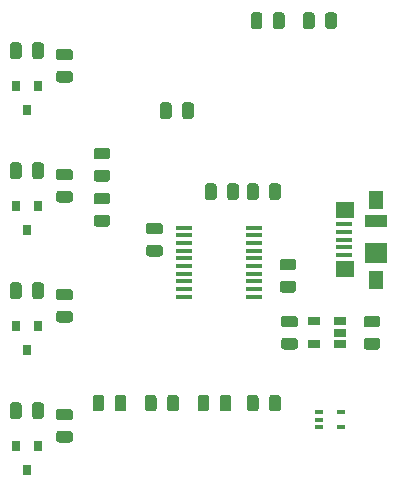
<source format=gbr>
G04 #@! TF.GenerationSoftware,KiCad,Pcbnew,(5.1.5)-3*
G04 #@! TF.CreationDate,2020-01-15T03:57:31-05:00*
G04 #@! TF.ProjectId,STM32 Klipper Expander,53544d33-3220-44b6-9c69-707065722045,rev?*
G04 #@! TF.SameCoordinates,Original*
G04 #@! TF.FileFunction,Paste,Top*
G04 #@! TF.FilePolarity,Positive*
%FSLAX46Y46*%
G04 Gerber Fmt 4.6, Leading zero omitted, Abs format (unit mm)*
G04 Created by KiCad (PCBNEW (5.1.5)-3) date 2020-01-15 03:57:31*
%MOMM*%
%LPD*%
G04 APERTURE LIST*
%ADD10R,0.650000X0.400000*%
%ADD11C,0.100000*%
%ADD12R,0.800000X0.900000*%
%ADD13R,1.060000X0.650000*%
%ADD14R,1.450000X0.450000*%
%ADD15R,1.900000X1.000000*%
%ADD16R,1.900000X1.800000*%
%ADD17R,1.300000X1.650000*%
%ADD18R,1.550000X1.425000*%
%ADD19R,1.380000X0.450000*%
G04 APERTURE END LIST*
D10*
X143114000Y-91222000D03*
X143114000Y-92522000D03*
X141214000Y-91872000D03*
X141214000Y-92522000D03*
X141214000Y-91222000D03*
D11*
G36*
X137781142Y-89776174D02*
G01*
X137804803Y-89779684D01*
X137828007Y-89785496D01*
X137850529Y-89793554D01*
X137872153Y-89803782D01*
X137892670Y-89816079D01*
X137911883Y-89830329D01*
X137929607Y-89846393D01*
X137945671Y-89864117D01*
X137959921Y-89883330D01*
X137972218Y-89903847D01*
X137982446Y-89925471D01*
X137990504Y-89947993D01*
X137996316Y-89971197D01*
X137999826Y-89994858D01*
X138001000Y-90018750D01*
X138001000Y-90931250D01*
X137999826Y-90955142D01*
X137996316Y-90978803D01*
X137990504Y-91002007D01*
X137982446Y-91024529D01*
X137972218Y-91046153D01*
X137959921Y-91066670D01*
X137945671Y-91085883D01*
X137929607Y-91103607D01*
X137911883Y-91119671D01*
X137892670Y-91133921D01*
X137872153Y-91146218D01*
X137850529Y-91156446D01*
X137828007Y-91164504D01*
X137804803Y-91170316D01*
X137781142Y-91173826D01*
X137757250Y-91175000D01*
X137269750Y-91175000D01*
X137245858Y-91173826D01*
X137222197Y-91170316D01*
X137198993Y-91164504D01*
X137176471Y-91156446D01*
X137154847Y-91146218D01*
X137134330Y-91133921D01*
X137115117Y-91119671D01*
X137097393Y-91103607D01*
X137081329Y-91085883D01*
X137067079Y-91066670D01*
X137054782Y-91046153D01*
X137044554Y-91024529D01*
X137036496Y-91002007D01*
X137030684Y-90978803D01*
X137027174Y-90955142D01*
X137026000Y-90931250D01*
X137026000Y-90018750D01*
X137027174Y-89994858D01*
X137030684Y-89971197D01*
X137036496Y-89947993D01*
X137044554Y-89925471D01*
X137054782Y-89903847D01*
X137067079Y-89883330D01*
X137081329Y-89864117D01*
X137097393Y-89846393D01*
X137115117Y-89830329D01*
X137134330Y-89816079D01*
X137154847Y-89803782D01*
X137176471Y-89793554D01*
X137198993Y-89785496D01*
X137222197Y-89779684D01*
X137245858Y-89776174D01*
X137269750Y-89775000D01*
X137757250Y-89775000D01*
X137781142Y-89776174D01*
G37*
G36*
X135906142Y-89776174D02*
G01*
X135929803Y-89779684D01*
X135953007Y-89785496D01*
X135975529Y-89793554D01*
X135997153Y-89803782D01*
X136017670Y-89816079D01*
X136036883Y-89830329D01*
X136054607Y-89846393D01*
X136070671Y-89864117D01*
X136084921Y-89883330D01*
X136097218Y-89903847D01*
X136107446Y-89925471D01*
X136115504Y-89947993D01*
X136121316Y-89971197D01*
X136124826Y-89994858D01*
X136126000Y-90018750D01*
X136126000Y-90931250D01*
X136124826Y-90955142D01*
X136121316Y-90978803D01*
X136115504Y-91002007D01*
X136107446Y-91024529D01*
X136097218Y-91046153D01*
X136084921Y-91066670D01*
X136070671Y-91085883D01*
X136054607Y-91103607D01*
X136036883Y-91119671D01*
X136017670Y-91133921D01*
X135997153Y-91146218D01*
X135975529Y-91156446D01*
X135953007Y-91164504D01*
X135929803Y-91170316D01*
X135906142Y-91173826D01*
X135882250Y-91175000D01*
X135394750Y-91175000D01*
X135370858Y-91173826D01*
X135347197Y-91170316D01*
X135323993Y-91164504D01*
X135301471Y-91156446D01*
X135279847Y-91146218D01*
X135259330Y-91133921D01*
X135240117Y-91119671D01*
X135222393Y-91103607D01*
X135206329Y-91085883D01*
X135192079Y-91066670D01*
X135179782Y-91046153D01*
X135169554Y-91024529D01*
X135161496Y-91002007D01*
X135155684Y-90978803D01*
X135152174Y-90955142D01*
X135151000Y-90931250D01*
X135151000Y-90018750D01*
X135152174Y-89994858D01*
X135155684Y-89971197D01*
X135161496Y-89947993D01*
X135169554Y-89925471D01*
X135179782Y-89903847D01*
X135192079Y-89883330D01*
X135206329Y-89864117D01*
X135222393Y-89846393D01*
X135240117Y-89830329D01*
X135259330Y-89816079D01*
X135279847Y-89803782D01*
X135301471Y-89793554D01*
X135323993Y-89785496D01*
X135347197Y-89779684D01*
X135370858Y-89776174D01*
X135394750Y-89775000D01*
X135882250Y-89775000D01*
X135906142Y-89776174D01*
G37*
G36*
X131715142Y-89776174D02*
G01*
X131738803Y-89779684D01*
X131762007Y-89785496D01*
X131784529Y-89793554D01*
X131806153Y-89803782D01*
X131826670Y-89816079D01*
X131845883Y-89830329D01*
X131863607Y-89846393D01*
X131879671Y-89864117D01*
X131893921Y-89883330D01*
X131906218Y-89903847D01*
X131916446Y-89925471D01*
X131924504Y-89947993D01*
X131930316Y-89971197D01*
X131933826Y-89994858D01*
X131935000Y-90018750D01*
X131935000Y-90931250D01*
X131933826Y-90955142D01*
X131930316Y-90978803D01*
X131924504Y-91002007D01*
X131916446Y-91024529D01*
X131906218Y-91046153D01*
X131893921Y-91066670D01*
X131879671Y-91085883D01*
X131863607Y-91103607D01*
X131845883Y-91119671D01*
X131826670Y-91133921D01*
X131806153Y-91146218D01*
X131784529Y-91156446D01*
X131762007Y-91164504D01*
X131738803Y-91170316D01*
X131715142Y-91173826D01*
X131691250Y-91175000D01*
X131203750Y-91175000D01*
X131179858Y-91173826D01*
X131156197Y-91170316D01*
X131132993Y-91164504D01*
X131110471Y-91156446D01*
X131088847Y-91146218D01*
X131068330Y-91133921D01*
X131049117Y-91119671D01*
X131031393Y-91103607D01*
X131015329Y-91085883D01*
X131001079Y-91066670D01*
X130988782Y-91046153D01*
X130978554Y-91024529D01*
X130970496Y-91002007D01*
X130964684Y-90978803D01*
X130961174Y-90955142D01*
X130960000Y-90931250D01*
X130960000Y-90018750D01*
X130961174Y-89994858D01*
X130964684Y-89971197D01*
X130970496Y-89947993D01*
X130978554Y-89925471D01*
X130988782Y-89903847D01*
X131001079Y-89883330D01*
X131015329Y-89864117D01*
X131031393Y-89846393D01*
X131049117Y-89830329D01*
X131068330Y-89816079D01*
X131088847Y-89803782D01*
X131110471Y-89793554D01*
X131132993Y-89785496D01*
X131156197Y-89779684D01*
X131179858Y-89776174D01*
X131203750Y-89775000D01*
X131691250Y-89775000D01*
X131715142Y-89776174D01*
G37*
G36*
X133590142Y-89776174D02*
G01*
X133613803Y-89779684D01*
X133637007Y-89785496D01*
X133659529Y-89793554D01*
X133681153Y-89803782D01*
X133701670Y-89816079D01*
X133720883Y-89830329D01*
X133738607Y-89846393D01*
X133754671Y-89864117D01*
X133768921Y-89883330D01*
X133781218Y-89903847D01*
X133791446Y-89925471D01*
X133799504Y-89947993D01*
X133805316Y-89971197D01*
X133808826Y-89994858D01*
X133810000Y-90018750D01*
X133810000Y-90931250D01*
X133808826Y-90955142D01*
X133805316Y-90978803D01*
X133799504Y-91002007D01*
X133791446Y-91024529D01*
X133781218Y-91046153D01*
X133768921Y-91066670D01*
X133754671Y-91085883D01*
X133738607Y-91103607D01*
X133720883Y-91119671D01*
X133701670Y-91133921D01*
X133681153Y-91146218D01*
X133659529Y-91156446D01*
X133637007Y-91164504D01*
X133613803Y-91170316D01*
X133590142Y-91173826D01*
X133566250Y-91175000D01*
X133078750Y-91175000D01*
X133054858Y-91173826D01*
X133031197Y-91170316D01*
X133007993Y-91164504D01*
X132985471Y-91156446D01*
X132963847Y-91146218D01*
X132943330Y-91133921D01*
X132924117Y-91119671D01*
X132906393Y-91103607D01*
X132890329Y-91085883D01*
X132876079Y-91066670D01*
X132863782Y-91046153D01*
X132853554Y-91024529D01*
X132845496Y-91002007D01*
X132839684Y-90978803D01*
X132836174Y-90955142D01*
X132835000Y-90931250D01*
X132835000Y-90018750D01*
X132836174Y-89994858D01*
X132839684Y-89971197D01*
X132845496Y-89947993D01*
X132853554Y-89925471D01*
X132863782Y-89903847D01*
X132876079Y-89883330D01*
X132890329Y-89864117D01*
X132906393Y-89846393D01*
X132924117Y-89830329D01*
X132943330Y-89816079D01*
X132963847Y-89803782D01*
X132985471Y-89793554D01*
X133007993Y-89785496D01*
X133031197Y-89779684D01*
X133054858Y-89776174D01*
X133078750Y-89775000D01*
X133566250Y-89775000D01*
X133590142Y-89776174D01*
G37*
G36*
X124700142Y-89776174D02*
G01*
X124723803Y-89779684D01*
X124747007Y-89785496D01*
X124769529Y-89793554D01*
X124791153Y-89803782D01*
X124811670Y-89816079D01*
X124830883Y-89830329D01*
X124848607Y-89846393D01*
X124864671Y-89864117D01*
X124878921Y-89883330D01*
X124891218Y-89903847D01*
X124901446Y-89925471D01*
X124909504Y-89947993D01*
X124915316Y-89971197D01*
X124918826Y-89994858D01*
X124920000Y-90018750D01*
X124920000Y-90931250D01*
X124918826Y-90955142D01*
X124915316Y-90978803D01*
X124909504Y-91002007D01*
X124901446Y-91024529D01*
X124891218Y-91046153D01*
X124878921Y-91066670D01*
X124864671Y-91085883D01*
X124848607Y-91103607D01*
X124830883Y-91119671D01*
X124811670Y-91133921D01*
X124791153Y-91146218D01*
X124769529Y-91156446D01*
X124747007Y-91164504D01*
X124723803Y-91170316D01*
X124700142Y-91173826D01*
X124676250Y-91175000D01*
X124188750Y-91175000D01*
X124164858Y-91173826D01*
X124141197Y-91170316D01*
X124117993Y-91164504D01*
X124095471Y-91156446D01*
X124073847Y-91146218D01*
X124053330Y-91133921D01*
X124034117Y-91119671D01*
X124016393Y-91103607D01*
X124000329Y-91085883D01*
X123986079Y-91066670D01*
X123973782Y-91046153D01*
X123963554Y-91024529D01*
X123955496Y-91002007D01*
X123949684Y-90978803D01*
X123946174Y-90955142D01*
X123945000Y-90931250D01*
X123945000Y-90018750D01*
X123946174Y-89994858D01*
X123949684Y-89971197D01*
X123955496Y-89947993D01*
X123963554Y-89925471D01*
X123973782Y-89903847D01*
X123986079Y-89883330D01*
X124000329Y-89864117D01*
X124016393Y-89846393D01*
X124034117Y-89830329D01*
X124053330Y-89816079D01*
X124073847Y-89803782D01*
X124095471Y-89793554D01*
X124117993Y-89785496D01*
X124141197Y-89779684D01*
X124164858Y-89776174D01*
X124188750Y-89775000D01*
X124676250Y-89775000D01*
X124700142Y-89776174D01*
G37*
G36*
X122825142Y-89776174D02*
G01*
X122848803Y-89779684D01*
X122872007Y-89785496D01*
X122894529Y-89793554D01*
X122916153Y-89803782D01*
X122936670Y-89816079D01*
X122955883Y-89830329D01*
X122973607Y-89846393D01*
X122989671Y-89864117D01*
X123003921Y-89883330D01*
X123016218Y-89903847D01*
X123026446Y-89925471D01*
X123034504Y-89947993D01*
X123040316Y-89971197D01*
X123043826Y-89994858D01*
X123045000Y-90018750D01*
X123045000Y-90931250D01*
X123043826Y-90955142D01*
X123040316Y-90978803D01*
X123034504Y-91002007D01*
X123026446Y-91024529D01*
X123016218Y-91046153D01*
X123003921Y-91066670D01*
X122989671Y-91085883D01*
X122973607Y-91103607D01*
X122955883Y-91119671D01*
X122936670Y-91133921D01*
X122916153Y-91146218D01*
X122894529Y-91156446D01*
X122872007Y-91164504D01*
X122848803Y-91170316D01*
X122825142Y-91173826D01*
X122801250Y-91175000D01*
X122313750Y-91175000D01*
X122289858Y-91173826D01*
X122266197Y-91170316D01*
X122242993Y-91164504D01*
X122220471Y-91156446D01*
X122198847Y-91146218D01*
X122178330Y-91133921D01*
X122159117Y-91119671D01*
X122141393Y-91103607D01*
X122125329Y-91085883D01*
X122111079Y-91066670D01*
X122098782Y-91046153D01*
X122088554Y-91024529D01*
X122080496Y-91002007D01*
X122074684Y-90978803D01*
X122071174Y-90955142D01*
X122070000Y-90931250D01*
X122070000Y-90018750D01*
X122071174Y-89994858D01*
X122074684Y-89971197D01*
X122080496Y-89947993D01*
X122088554Y-89925471D01*
X122098782Y-89903847D01*
X122111079Y-89883330D01*
X122125329Y-89864117D01*
X122141393Y-89846393D01*
X122159117Y-89830329D01*
X122178330Y-89816079D01*
X122198847Y-89803782D01*
X122220471Y-89793554D01*
X122242993Y-89785496D01*
X122266197Y-89779684D01*
X122289858Y-89776174D01*
X122313750Y-89775000D01*
X122801250Y-89775000D01*
X122825142Y-89776174D01*
G37*
G36*
X127270142Y-89776174D02*
G01*
X127293803Y-89779684D01*
X127317007Y-89785496D01*
X127339529Y-89793554D01*
X127361153Y-89803782D01*
X127381670Y-89816079D01*
X127400883Y-89830329D01*
X127418607Y-89846393D01*
X127434671Y-89864117D01*
X127448921Y-89883330D01*
X127461218Y-89903847D01*
X127471446Y-89925471D01*
X127479504Y-89947993D01*
X127485316Y-89971197D01*
X127488826Y-89994858D01*
X127490000Y-90018750D01*
X127490000Y-90931250D01*
X127488826Y-90955142D01*
X127485316Y-90978803D01*
X127479504Y-91002007D01*
X127471446Y-91024529D01*
X127461218Y-91046153D01*
X127448921Y-91066670D01*
X127434671Y-91085883D01*
X127418607Y-91103607D01*
X127400883Y-91119671D01*
X127381670Y-91133921D01*
X127361153Y-91146218D01*
X127339529Y-91156446D01*
X127317007Y-91164504D01*
X127293803Y-91170316D01*
X127270142Y-91173826D01*
X127246250Y-91175000D01*
X126758750Y-91175000D01*
X126734858Y-91173826D01*
X126711197Y-91170316D01*
X126687993Y-91164504D01*
X126665471Y-91156446D01*
X126643847Y-91146218D01*
X126623330Y-91133921D01*
X126604117Y-91119671D01*
X126586393Y-91103607D01*
X126570329Y-91085883D01*
X126556079Y-91066670D01*
X126543782Y-91046153D01*
X126533554Y-91024529D01*
X126525496Y-91002007D01*
X126519684Y-90978803D01*
X126516174Y-90955142D01*
X126515000Y-90931250D01*
X126515000Y-90018750D01*
X126516174Y-89994858D01*
X126519684Y-89971197D01*
X126525496Y-89947993D01*
X126533554Y-89925471D01*
X126543782Y-89903847D01*
X126556079Y-89883330D01*
X126570329Y-89864117D01*
X126586393Y-89846393D01*
X126604117Y-89830329D01*
X126623330Y-89816079D01*
X126643847Y-89803782D01*
X126665471Y-89793554D01*
X126687993Y-89785496D01*
X126711197Y-89779684D01*
X126734858Y-89776174D01*
X126758750Y-89775000D01*
X127246250Y-89775000D01*
X127270142Y-89776174D01*
G37*
G36*
X129145142Y-89776174D02*
G01*
X129168803Y-89779684D01*
X129192007Y-89785496D01*
X129214529Y-89793554D01*
X129236153Y-89803782D01*
X129256670Y-89816079D01*
X129275883Y-89830329D01*
X129293607Y-89846393D01*
X129309671Y-89864117D01*
X129323921Y-89883330D01*
X129336218Y-89903847D01*
X129346446Y-89925471D01*
X129354504Y-89947993D01*
X129360316Y-89971197D01*
X129363826Y-89994858D01*
X129365000Y-90018750D01*
X129365000Y-90931250D01*
X129363826Y-90955142D01*
X129360316Y-90978803D01*
X129354504Y-91002007D01*
X129346446Y-91024529D01*
X129336218Y-91046153D01*
X129323921Y-91066670D01*
X129309671Y-91085883D01*
X129293607Y-91103607D01*
X129275883Y-91119671D01*
X129256670Y-91133921D01*
X129236153Y-91146218D01*
X129214529Y-91156446D01*
X129192007Y-91164504D01*
X129168803Y-91170316D01*
X129145142Y-91173826D01*
X129121250Y-91175000D01*
X128633750Y-91175000D01*
X128609858Y-91173826D01*
X128586197Y-91170316D01*
X128562993Y-91164504D01*
X128540471Y-91156446D01*
X128518847Y-91146218D01*
X128498330Y-91133921D01*
X128479117Y-91119671D01*
X128461393Y-91103607D01*
X128445329Y-91085883D01*
X128431079Y-91066670D01*
X128418782Y-91046153D01*
X128408554Y-91024529D01*
X128400496Y-91002007D01*
X128394684Y-90978803D01*
X128391174Y-90955142D01*
X128390000Y-90931250D01*
X128390000Y-90018750D01*
X128391174Y-89994858D01*
X128394684Y-89971197D01*
X128400496Y-89947993D01*
X128408554Y-89925471D01*
X128418782Y-89903847D01*
X128431079Y-89883330D01*
X128445329Y-89864117D01*
X128461393Y-89846393D01*
X128479117Y-89830329D01*
X128498330Y-89816079D01*
X128518847Y-89803782D01*
X128540471Y-89793554D01*
X128562993Y-89785496D01*
X128586197Y-89779684D01*
X128609858Y-89776174D01*
X128633750Y-89775000D01*
X129121250Y-89775000D01*
X129145142Y-89776174D01*
G37*
D12*
X117460000Y-94140000D03*
X115560000Y-94140000D03*
X116510000Y-96140000D03*
X117460000Y-83980000D03*
X115560000Y-83980000D03*
X116510000Y-85980000D03*
X117460000Y-73820000D03*
X115560000Y-73820000D03*
X116510000Y-75820000D03*
X116510000Y-65660000D03*
X115560000Y-63660000D03*
X117460000Y-63660000D03*
D11*
G36*
X123340142Y-68858174D02*
G01*
X123363803Y-68861684D01*
X123387007Y-68867496D01*
X123409529Y-68875554D01*
X123431153Y-68885782D01*
X123451670Y-68898079D01*
X123470883Y-68912329D01*
X123488607Y-68928393D01*
X123504671Y-68946117D01*
X123518921Y-68965330D01*
X123531218Y-68985847D01*
X123541446Y-69007471D01*
X123549504Y-69029993D01*
X123555316Y-69053197D01*
X123558826Y-69076858D01*
X123560000Y-69100750D01*
X123560000Y-69588250D01*
X123558826Y-69612142D01*
X123555316Y-69635803D01*
X123549504Y-69659007D01*
X123541446Y-69681529D01*
X123531218Y-69703153D01*
X123518921Y-69723670D01*
X123504671Y-69742883D01*
X123488607Y-69760607D01*
X123470883Y-69776671D01*
X123451670Y-69790921D01*
X123431153Y-69803218D01*
X123409529Y-69813446D01*
X123387007Y-69821504D01*
X123363803Y-69827316D01*
X123340142Y-69830826D01*
X123316250Y-69832000D01*
X122403750Y-69832000D01*
X122379858Y-69830826D01*
X122356197Y-69827316D01*
X122332993Y-69821504D01*
X122310471Y-69813446D01*
X122288847Y-69803218D01*
X122268330Y-69790921D01*
X122249117Y-69776671D01*
X122231393Y-69760607D01*
X122215329Y-69742883D01*
X122201079Y-69723670D01*
X122188782Y-69703153D01*
X122178554Y-69681529D01*
X122170496Y-69659007D01*
X122164684Y-69635803D01*
X122161174Y-69612142D01*
X122160000Y-69588250D01*
X122160000Y-69100750D01*
X122161174Y-69076858D01*
X122164684Y-69053197D01*
X122170496Y-69029993D01*
X122178554Y-69007471D01*
X122188782Y-68985847D01*
X122201079Y-68965330D01*
X122215329Y-68946117D01*
X122231393Y-68928393D01*
X122249117Y-68912329D01*
X122268330Y-68898079D01*
X122288847Y-68885782D01*
X122310471Y-68875554D01*
X122332993Y-68867496D01*
X122356197Y-68861684D01*
X122379858Y-68858174D01*
X122403750Y-68857000D01*
X123316250Y-68857000D01*
X123340142Y-68858174D01*
G37*
G36*
X123340142Y-70733174D02*
G01*
X123363803Y-70736684D01*
X123387007Y-70742496D01*
X123409529Y-70750554D01*
X123431153Y-70760782D01*
X123451670Y-70773079D01*
X123470883Y-70787329D01*
X123488607Y-70803393D01*
X123504671Y-70821117D01*
X123518921Y-70840330D01*
X123531218Y-70860847D01*
X123541446Y-70882471D01*
X123549504Y-70904993D01*
X123555316Y-70928197D01*
X123558826Y-70951858D01*
X123560000Y-70975750D01*
X123560000Y-71463250D01*
X123558826Y-71487142D01*
X123555316Y-71510803D01*
X123549504Y-71534007D01*
X123541446Y-71556529D01*
X123531218Y-71578153D01*
X123518921Y-71598670D01*
X123504671Y-71617883D01*
X123488607Y-71635607D01*
X123470883Y-71651671D01*
X123451670Y-71665921D01*
X123431153Y-71678218D01*
X123409529Y-71688446D01*
X123387007Y-71696504D01*
X123363803Y-71702316D01*
X123340142Y-71705826D01*
X123316250Y-71707000D01*
X122403750Y-71707000D01*
X122379858Y-71705826D01*
X122356197Y-71702316D01*
X122332993Y-71696504D01*
X122310471Y-71688446D01*
X122288847Y-71678218D01*
X122268330Y-71665921D01*
X122249117Y-71651671D01*
X122231393Y-71635607D01*
X122215329Y-71617883D01*
X122201079Y-71598670D01*
X122188782Y-71578153D01*
X122178554Y-71556529D01*
X122170496Y-71534007D01*
X122164684Y-71510803D01*
X122161174Y-71487142D01*
X122160000Y-71463250D01*
X122160000Y-70975750D01*
X122161174Y-70951858D01*
X122164684Y-70928197D01*
X122170496Y-70904993D01*
X122178554Y-70882471D01*
X122188782Y-70860847D01*
X122201079Y-70840330D01*
X122215329Y-70821117D01*
X122231393Y-70803393D01*
X122249117Y-70787329D01*
X122268330Y-70773079D01*
X122288847Y-70760782D01*
X122310471Y-70750554D01*
X122332993Y-70742496D01*
X122356197Y-70736684D01*
X122379858Y-70733174D01*
X122403750Y-70732000D01*
X123316250Y-70732000D01*
X123340142Y-70733174D01*
G37*
G36*
X134225142Y-71869174D02*
G01*
X134248803Y-71872684D01*
X134272007Y-71878496D01*
X134294529Y-71886554D01*
X134316153Y-71896782D01*
X134336670Y-71909079D01*
X134355883Y-71923329D01*
X134373607Y-71939393D01*
X134389671Y-71957117D01*
X134403921Y-71976330D01*
X134416218Y-71996847D01*
X134426446Y-72018471D01*
X134434504Y-72040993D01*
X134440316Y-72064197D01*
X134443826Y-72087858D01*
X134445000Y-72111750D01*
X134445000Y-73024250D01*
X134443826Y-73048142D01*
X134440316Y-73071803D01*
X134434504Y-73095007D01*
X134426446Y-73117529D01*
X134416218Y-73139153D01*
X134403921Y-73159670D01*
X134389671Y-73178883D01*
X134373607Y-73196607D01*
X134355883Y-73212671D01*
X134336670Y-73226921D01*
X134316153Y-73239218D01*
X134294529Y-73249446D01*
X134272007Y-73257504D01*
X134248803Y-73263316D01*
X134225142Y-73266826D01*
X134201250Y-73268000D01*
X133713750Y-73268000D01*
X133689858Y-73266826D01*
X133666197Y-73263316D01*
X133642993Y-73257504D01*
X133620471Y-73249446D01*
X133598847Y-73239218D01*
X133578330Y-73226921D01*
X133559117Y-73212671D01*
X133541393Y-73196607D01*
X133525329Y-73178883D01*
X133511079Y-73159670D01*
X133498782Y-73139153D01*
X133488554Y-73117529D01*
X133480496Y-73095007D01*
X133474684Y-73071803D01*
X133471174Y-73048142D01*
X133470000Y-73024250D01*
X133470000Y-72111750D01*
X133471174Y-72087858D01*
X133474684Y-72064197D01*
X133480496Y-72040993D01*
X133488554Y-72018471D01*
X133498782Y-71996847D01*
X133511079Y-71976330D01*
X133525329Y-71957117D01*
X133541393Y-71939393D01*
X133559117Y-71923329D01*
X133578330Y-71909079D01*
X133598847Y-71896782D01*
X133620471Y-71886554D01*
X133642993Y-71878496D01*
X133666197Y-71872684D01*
X133689858Y-71869174D01*
X133713750Y-71868000D01*
X134201250Y-71868000D01*
X134225142Y-71869174D01*
G37*
G36*
X132350142Y-71869174D02*
G01*
X132373803Y-71872684D01*
X132397007Y-71878496D01*
X132419529Y-71886554D01*
X132441153Y-71896782D01*
X132461670Y-71909079D01*
X132480883Y-71923329D01*
X132498607Y-71939393D01*
X132514671Y-71957117D01*
X132528921Y-71976330D01*
X132541218Y-71996847D01*
X132551446Y-72018471D01*
X132559504Y-72040993D01*
X132565316Y-72064197D01*
X132568826Y-72087858D01*
X132570000Y-72111750D01*
X132570000Y-73024250D01*
X132568826Y-73048142D01*
X132565316Y-73071803D01*
X132559504Y-73095007D01*
X132551446Y-73117529D01*
X132541218Y-73139153D01*
X132528921Y-73159670D01*
X132514671Y-73178883D01*
X132498607Y-73196607D01*
X132480883Y-73212671D01*
X132461670Y-73226921D01*
X132441153Y-73239218D01*
X132419529Y-73249446D01*
X132397007Y-73257504D01*
X132373803Y-73263316D01*
X132350142Y-73266826D01*
X132326250Y-73268000D01*
X131838750Y-73268000D01*
X131814858Y-73266826D01*
X131791197Y-73263316D01*
X131767993Y-73257504D01*
X131745471Y-73249446D01*
X131723847Y-73239218D01*
X131703330Y-73226921D01*
X131684117Y-73212671D01*
X131666393Y-73196607D01*
X131650329Y-73178883D01*
X131636079Y-73159670D01*
X131623782Y-73139153D01*
X131613554Y-73117529D01*
X131605496Y-73095007D01*
X131599684Y-73071803D01*
X131596174Y-73048142D01*
X131595000Y-73024250D01*
X131595000Y-72111750D01*
X131596174Y-72087858D01*
X131599684Y-72064197D01*
X131605496Y-72040993D01*
X131613554Y-72018471D01*
X131623782Y-71996847D01*
X131636079Y-71976330D01*
X131650329Y-71957117D01*
X131666393Y-71939393D01*
X131684117Y-71923329D01*
X131703330Y-71909079D01*
X131723847Y-71896782D01*
X131745471Y-71886554D01*
X131767993Y-71878496D01*
X131791197Y-71872684D01*
X131814858Y-71869174D01*
X131838750Y-71868000D01*
X132326250Y-71868000D01*
X132350142Y-71869174D01*
G37*
G36*
X123340142Y-72668174D02*
G01*
X123363803Y-72671684D01*
X123387007Y-72677496D01*
X123409529Y-72685554D01*
X123431153Y-72695782D01*
X123451670Y-72708079D01*
X123470883Y-72722329D01*
X123488607Y-72738393D01*
X123504671Y-72756117D01*
X123518921Y-72775330D01*
X123531218Y-72795847D01*
X123541446Y-72817471D01*
X123549504Y-72839993D01*
X123555316Y-72863197D01*
X123558826Y-72886858D01*
X123560000Y-72910750D01*
X123560000Y-73398250D01*
X123558826Y-73422142D01*
X123555316Y-73445803D01*
X123549504Y-73469007D01*
X123541446Y-73491529D01*
X123531218Y-73513153D01*
X123518921Y-73533670D01*
X123504671Y-73552883D01*
X123488607Y-73570607D01*
X123470883Y-73586671D01*
X123451670Y-73600921D01*
X123431153Y-73613218D01*
X123409529Y-73623446D01*
X123387007Y-73631504D01*
X123363803Y-73637316D01*
X123340142Y-73640826D01*
X123316250Y-73642000D01*
X122403750Y-73642000D01*
X122379858Y-73640826D01*
X122356197Y-73637316D01*
X122332993Y-73631504D01*
X122310471Y-73623446D01*
X122288847Y-73613218D01*
X122268330Y-73600921D01*
X122249117Y-73586671D01*
X122231393Y-73570607D01*
X122215329Y-73552883D01*
X122201079Y-73533670D01*
X122188782Y-73513153D01*
X122178554Y-73491529D01*
X122170496Y-73469007D01*
X122164684Y-73445803D01*
X122161174Y-73422142D01*
X122160000Y-73398250D01*
X122160000Y-72910750D01*
X122161174Y-72886858D01*
X122164684Y-72863197D01*
X122170496Y-72839993D01*
X122178554Y-72817471D01*
X122188782Y-72795847D01*
X122201079Y-72775330D01*
X122215329Y-72756117D01*
X122231393Y-72738393D01*
X122249117Y-72722329D01*
X122268330Y-72708079D01*
X122288847Y-72695782D01*
X122310471Y-72685554D01*
X122332993Y-72677496D01*
X122356197Y-72671684D01*
X122379858Y-72668174D01*
X122403750Y-72667000D01*
X123316250Y-72667000D01*
X123340142Y-72668174D01*
G37*
G36*
X123340142Y-74543174D02*
G01*
X123363803Y-74546684D01*
X123387007Y-74552496D01*
X123409529Y-74560554D01*
X123431153Y-74570782D01*
X123451670Y-74583079D01*
X123470883Y-74597329D01*
X123488607Y-74613393D01*
X123504671Y-74631117D01*
X123518921Y-74650330D01*
X123531218Y-74670847D01*
X123541446Y-74692471D01*
X123549504Y-74714993D01*
X123555316Y-74738197D01*
X123558826Y-74761858D01*
X123560000Y-74785750D01*
X123560000Y-75273250D01*
X123558826Y-75297142D01*
X123555316Y-75320803D01*
X123549504Y-75344007D01*
X123541446Y-75366529D01*
X123531218Y-75388153D01*
X123518921Y-75408670D01*
X123504671Y-75427883D01*
X123488607Y-75445607D01*
X123470883Y-75461671D01*
X123451670Y-75475921D01*
X123431153Y-75488218D01*
X123409529Y-75498446D01*
X123387007Y-75506504D01*
X123363803Y-75512316D01*
X123340142Y-75515826D01*
X123316250Y-75517000D01*
X122403750Y-75517000D01*
X122379858Y-75515826D01*
X122356197Y-75512316D01*
X122332993Y-75506504D01*
X122310471Y-75498446D01*
X122288847Y-75488218D01*
X122268330Y-75475921D01*
X122249117Y-75461671D01*
X122231393Y-75445607D01*
X122215329Y-75427883D01*
X122201079Y-75408670D01*
X122188782Y-75388153D01*
X122178554Y-75366529D01*
X122170496Y-75344007D01*
X122164684Y-75320803D01*
X122161174Y-75297142D01*
X122160000Y-75273250D01*
X122160000Y-74785750D01*
X122161174Y-74761858D01*
X122164684Y-74738197D01*
X122170496Y-74714993D01*
X122178554Y-74692471D01*
X122188782Y-74670847D01*
X122201079Y-74650330D01*
X122215329Y-74631117D01*
X122231393Y-74613393D01*
X122249117Y-74597329D01*
X122268330Y-74583079D01*
X122288847Y-74570782D01*
X122310471Y-74560554D01*
X122332993Y-74552496D01*
X122356197Y-74546684D01*
X122379858Y-74543174D01*
X122403750Y-74542000D01*
X123316250Y-74542000D01*
X123340142Y-74543174D01*
G37*
G36*
X120165142Y-80796174D02*
G01*
X120188803Y-80799684D01*
X120212007Y-80805496D01*
X120234529Y-80813554D01*
X120256153Y-80823782D01*
X120276670Y-80836079D01*
X120295883Y-80850329D01*
X120313607Y-80866393D01*
X120329671Y-80884117D01*
X120343921Y-80903330D01*
X120356218Y-80923847D01*
X120366446Y-80945471D01*
X120374504Y-80967993D01*
X120380316Y-80991197D01*
X120383826Y-81014858D01*
X120385000Y-81038750D01*
X120385000Y-81526250D01*
X120383826Y-81550142D01*
X120380316Y-81573803D01*
X120374504Y-81597007D01*
X120366446Y-81619529D01*
X120356218Y-81641153D01*
X120343921Y-81661670D01*
X120329671Y-81680883D01*
X120313607Y-81698607D01*
X120295883Y-81714671D01*
X120276670Y-81728921D01*
X120256153Y-81741218D01*
X120234529Y-81751446D01*
X120212007Y-81759504D01*
X120188803Y-81765316D01*
X120165142Y-81768826D01*
X120141250Y-81770000D01*
X119228750Y-81770000D01*
X119204858Y-81768826D01*
X119181197Y-81765316D01*
X119157993Y-81759504D01*
X119135471Y-81751446D01*
X119113847Y-81741218D01*
X119093330Y-81728921D01*
X119074117Y-81714671D01*
X119056393Y-81698607D01*
X119040329Y-81680883D01*
X119026079Y-81661670D01*
X119013782Y-81641153D01*
X119003554Y-81619529D01*
X118995496Y-81597007D01*
X118989684Y-81573803D01*
X118986174Y-81550142D01*
X118985000Y-81526250D01*
X118985000Y-81038750D01*
X118986174Y-81014858D01*
X118989684Y-80991197D01*
X118995496Y-80967993D01*
X119003554Y-80945471D01*
X119013782Y-80923847D01*
X119026079Y-80903330D01*
X119040329Y-80884117D01*
X119056393Y-80866393D01*
X119074117Y-80850329D01*
X119093330Y-80836079D01*
X119113847Y-80823782D01*
X119135471Y-80813554D01*
X119157993Y-80805496D01*
X119181197Y-80799684D01*
X119204858Y-80796174D01*
X119228750Y-80795000D01*
X120141250Y-80795000D01*
X120165142Y-80796174D01*
G37*
G36*
X120165142Y-82671174D02*
G01*
X120188803Y-82674684D01*
X120212007Y-82680496D01*
X120234529Y-82688554D01*
X120256153Y-82698782D01*
X120276670Y-82711079D01*
X120295883Y-82725329D01*
X120313607Y-82741393D01*
X120329671Y-82759117D01*
X120343921Y-82778330D01*
X120356218Y-82798847D01*
X120366446Y-82820471D01*
X120374504Y-82842993D01*
X120380316Y-82866197D01*
X120383826Y-82889858D01*
X120385000Y-82913750D01*
X120385000Y-83401250D01*
X120383826Y-83425142D01*
X120380316Y-83448803D01*
X120374504Y-83472007D01*
X120366446Y-83494529D01*
X120356218Y-83516153D01*
X120343921Y-83536670D01*
X120329671Y-83555883D01*
X120313607Y-83573607D01*
X120295883Y-83589671D01*
X120276670Y-83603921D01*
X120256153Y-83616218D01*
X120234529Y-83626446D01*
X120212007Y-83634504D01*
X120188803Y-83640316D01*
X120165142Y-83643826D01*
X120141250Y-83645000D01*
X119228750Y-83645000D01*
X119204858Y-83643826D01*
X119181197Y-83640316D01*
X119157993Y-83634504D01*
X119135471Y-83626446D01*
X119113847Y-83616218D01*
X119093330Y-83603921D01*
X119074117Y-83589671D01*
X119056393Y-83573607D01*
X119040329Y-83555883D01*
X119026079Y-83536670D01*
X119013782Y-83516153D01*
X119003554Y-83494529D01*
X118995496Y-83472007D01*
X118989684Y-83448803D01*
X118986174Y-83425142D01*
X118985000Y-83401250D01*
X118985000Y-82913750D01*
X118986174Y-82889858D01*
X118989684Y-82866197D01*
X118995496Y-82842993D01*
X119003554Y-82820471D01*
X119013782Y-82798847D01*
X119026079Y-82778330D01*
X119040329Y-82759117D01*
X119056393Y-82741393D01*
X119074117Y-82725329D01*
X119093330Y-82711079D01*
X119113847Y-82698782D01*
X119135471Y-82688554D01*
X119157993Y-82680496D01*
X119181197Y-82674684D01*
X119204858Y-82671174D01*
X119228750Y-82670000D01*
X120141250Y-82670000D01*
X120165142Y-82671174D01*
G37*
G36*
X120165142Y-90956174D02*
G01*
X120188803Y-90959684D01*
X120212007Y-90965496D01*
X120234529Y-90973554D01*
X120256153Y-90983782D01*
X120276670Y-90996079D01*
X120295883Y-91010329D01*
X120313607Y-91026393D01*
X120329671Y-91044117D01*
X120343921Y-91063330D01*
X120356218Y-91083847D01*
X120366446Y-91105471D01*
X120374504Y-91127993D01*
X120380316Y-91151197D01*
X120383826Y-91174858D01*
X120385000Y-91198750D01*
X120385000Y-91686250D01*
X120383826Y-91710142D01*
X120380316Y-91733803D01*
X120374504Y-91757007D01*
X120366446Y-91779529D01*
X120356218Y-91801153D01*
X120343921Y-91821670D01*
X120329671Y-91840883D01*
X120313607Y-91858607D01*
X120295883Y-91874671D01*
X120276670Y-91888921D01*
X120256153Y-91901218D01*
X120234529Y-91911446D01*
X120212007Y-91919504D01*
X120188803Y-91925316D01*
X120165142Y-91928826D01*
X120141250Y-91930000D01*
X119228750Y-91930000D01*
X119204858Y-91928826D01*
X119181197Y-91925316D01*
X119157993Y-91919504D01*
X119135471Y-91911446D01*
X119113847Y-91901218D01*
X119093330Y-91888921D01*
X119074117Y-91874671D01*
X119056393Y-91858607D01*
X119040329Y-91840883D01*
X119026079Y-91821670D01*
X119013782Y-91801153D01*
X119003554Y-91779529D01*
X118995496Y-91757007D01*
X118989684Y-91733803D01*
X118986174Y-91710142D01*
X118985000Y-91686250D01*
X118985000Y-91198750D01*
X118986174Y-91174858D01*
X118989684Y-91151197D01*
X118995496Y-91127993D01*
X119003554Y-91105471D01*
X119013782Y-91083847D01*
X119026079Y-91063330D01*
X119040329Y-91044117D01*
X119056393Y-91026393D01*
X119074117Y-91010329D01*
X119093330Y-90996079D01*
X119113847Y-90983782D01*
X119135471Y-90973554D01*
X119157993Y-90965496D01*
X119181197Y-90959684D01*
X119204858Y-90956174D01*
X119228750Y-90955000D01*
X120141250Y-90955000D01*
X120165142Y-90956174D01*
G37*
G36*
X120165142Y-92831174D02*
G01*
X120188803Y-92834684D01*
X120212007Y-92840496D01*
X120234529Y-92848554D01*
X120256153Y-92858782D01*
X120276670Y-92871079D01*
X120295883Y-92885329D01*
X120313607Y-92901393D01*
X120329671Y-92919117D01*
X120343921Y-92938330D01*
X120356218Y-92958847D01*
X120366446Y-92980471D01*
X120374504Y-93002993D01*
X120380316Y-93026197D01*
X120383826Y-93049858D01*
X120385000Y-93073750D01*
X120385000Y-93561250D01*
X120383826Y-93585142D01*
X120380316Y-93608803D01*
X120374504Y-93632007D01*
X120366446Y-93654529D01*
X120356218Y-93676153D01*
X120343921Y-93696670D01*
X120329671Y-93715883D01*
X120313607Y-93733607D01*
X120295883Y-93749671D01*
X120276670Y-93763921D01*
X120256153Y-93776218D01*
X120234529Y-93786446D01*
X120212007Y-93794504D01*
X120188803Y-93800316D01*
X120165142Y-93803826D01*
X120141250Y-93805000D01*
X119228750Y-93805000D01*
X119204858Y-93803826D01*
X119181197Y-93800316D01*
X119157993Y-93794504D01*
X119135471Y-93786446D01*
X119113847Y-93776218D01*
X119093330Y-93763921D01*
X119074117Y-93749671D01*
X119056393Y-93733607D01*
X119040329Y-93715883D01*
X119026079Y-93696670D01*
X119013782Y-93676153D01*
X119003554Y-93654529D01*
X118995496Y-93632007D01*
X118989684Y-93608803D01*
X118986174Y-93585142D01*
X118985000Y-93561250D01*
X118985000Y-93073750D01*
X118986174Y-93049858D01*
X118989684Y-93026197D01*
X118995496Y-93002993D01*
X119003554Y-92980471D01*
X119013782Y-92958847D01*
X119026079Y-92938330D01*
X119040329Y-92919117D01*
X119056393Y-92901393D01*
X119074117Y-92885329D01*
X119093330Y-92871079D01*
X119113847Y-92858782D01*
X119135471Y-92848554D01*
X119157993Y-92840496D01*
X119181197Y-92834684D01*
X119204858Y-92831174D01*
X119228750Y-92830000D01*
X120141250Y-92830000D01*
X120165142Y-92831174D01*
G37*
G36*
X120165142Y-70636174D02*
G01*
X120188803Y-70639684D01*
X120212007Y-70645496D01*
X120234529Y-70653554D01*
X120256153Y-70663782D01*
X120276670Y-70676079D01*
X120295883Y-70690329D01*
X120313607Y-70706393D01*
X120329671Y-70724117D01*
X120343921Y-70743330D01*
X120356218Y-70763847D01*
X120366446Y-70785471D01*
X120374504Y-70807993D01*
X120380316Y-70831197D01*
X120383826Y-70854858D01*
X120385000Y-70878750D01*
X120385000Y-71366250D01*
X120383826Y-71390142D01*
X120380316Y-71413803D01*
X120374504Y-71437007D01*
X120366446Y-71459529D01*
X120356218Y-71481153D01*
X120343921Y-71501670D01*
X120329671Y-71520883D01*
X120313607Y-71538607D01*
X120295883Y-71554671D01*
X120276670Y-71568921D01*
X120256153Y-71581218D01*
X120234529Y-71591446D01*
X120212007Y-71599504D01*
X120188803Y-71605316D01*
X120165142Y-71608826D01*
X120141250Y-71610000D01*
X119228750Y-71610000D01*
X119204858Y-71608826D01*
X119181197Y-71605316D01*
X119157993Y-71599504D01*
X119135471Y-71591446D01*
X119113847Y-71581218D01*
X119093330Y-71568921D01*
X119074117Y-71554671D01*
X119056393Y-71538607D01*
X119040329Y-71520883D01*
X119026079Y-71501670D01*
X119013782Y-71481153D01*
X119003554Y-71459529D01*
X118995496Y-71437007D01*
X118989684Y-71413803D01*
X118986174Y-71390142D01*
X118985000Y-71366250D01*
X118985000Y-70878750D01*
X118986174Y-70854858D01*
X118989684Y-70831197D01*
X118995496Y-70807993D01*
X119003554Y-70785471D01*
X119013782Y-70763847D01*
X119026079Y-70743330D01*
X119040329Y-70724117D01*
X119056393Y-70706393D01*
X119074117Y-70690329D01*
X119093330Y-70676079D01*
X119113847Y-70663782D01*
X119135471Y-70653554D01*
X119157993Y-70645496D01*
X119181197Y-70639684D01*
X119204858Y-70636174D01*
X119228750Y-70635000D01*
X120141250Y-70635000D01*
X120165142Y-70636174D01*
G37*
G36*
X120165142Y-72511174D02*
G01*
X120188803Y-72514684D01*
X120212007Y-72520496D01*
X120234529Y-72528554D01*
X120256153Y-72538782D01*
X120276670Y-72551079D01*
X120295883Y-72565329D01*
X120313607Y-72581393D01*
X120329671Y-72599117D01*
X120343921Y-72618330D01*
X120356218Y-72638847D01*
X120366446Y-72660471D01*
X120374504Y-72682993D01*
X120380316Y-72706197D01*
X120383826Y-72729858D01*
X120385000Y-72753750D01*
X120385000Y-73241250D01*
X120383826Y-73265142D01*
X120380316Y-73288803D01*
X120374504Y-73312007D01*
X120366446Y-73334529D01*
X120356218Y-73356153D01*
X120343921Y-73376670D01*
X120329671Y-73395883D01*
X120313607Y-73413607D01*
X120295883Y-73429671D01*
X120276670Y-73443921D01*
X120256153Y-73456218D01*
X120234529Y-73466446D01*
X120212007Y-73474504D01*
X120188803Y-73480316D01*
X120165142Y-73483826D01*
X120141250Y-73485000D01*
X119228750Y-73485000D01*
X119204858Y-73483826D01*
X119181197Y-73480316D01*
X119157993Y-73474504D01*
X119135471Y-73466446D01*
X119113847Y-73456218D01*
X119093330Y-73443921D01*
X119074117Y-73429671D01*
X119056393Y-73413607D01*
X119040329Y-73395883D01*
X119026079Y-73376670D01*
X119013782Y-73356153D01*
X119003554Y-73334529D01*
X118995496Y-73312007D01*
X118989684Y-73288803D01*
X118986174Y-73265142D01*
X118985000Y-73241250D01*
X118985000Y-72753750D01*
X118986174Y-72729858D01*
X118989684Y-72706197D01*
X118995496Y-72682993D01*
X119003554Y-72660471D01*
X119013782Y-72638847D01*
X119026079Y-72618330D01*
X119040329Y-72599117D01*
X119056393Y-72581393D01*
X119074117Y-72565329D01*
X119093330Y-72551079D01*
X119113847Y-72538782D01*
X119135471Y-72528554D01*
X119157993Y-72520496D01*
X119181197Y-72514684D01*
X119204858Y-72511174D01*
X119228750Y-72510000D01*
X120141250Y-72510000D01*
X120165142Y-72511174D01*
G37*
G36*
X120165142Y-62351174D02*
G01*
X120188803Y-62354684D01*
X120212007Y-62360496D01*
X120234529Y-62368554D01*
X120256153Y-62378782D01*
X120276670Y-62391079D01*
X120295883Y-62405329D01*
X120313607Y-62421393D01*
X120329671Y-62439117D01*
X120343921Y-62458330D01*
X120356218Y-62478847D01*
X120366446Y-62500471D01*
X120374504Y-62522993D01*
X120380316Y-62546197D01*
X120383826Y-62569858D01*
X120385000Y-62593750D01*
X120385000Y-63081250D01*
X120383826Y-63105142D01*
X120380316Y-63128803D01*
X120374504Y-63152007D01*
X120366446Y-63174529D01*
X120356218Y-63196153D01*
X120343921Y-63216670D01*
X120329671Y-63235883D01*
X120313607Y-63253607D01*
X120295883Y-63269671D01*
X120276670Y-63283921D01*
X120256153Y-63296218D01*
X120234529Y-63306446D01*
X120212007Y-63314504D01*
X120188803Y-63320316D01*
X120165142Y-63323826D01*
X120141250Y-63325000D01*
X119228750Y-63325000D01*
X119204858Y-63323826D01*
X119181197Y-63320316D01*
X119157993Y-63314504D01*
X119135471Y-63306446D01*
X119113847Y-63296218D01*
X119093330Y-63283921D01*
X119074117Y-63269671D01*
X119056393Y-63253607D01*
X119040329Y-63235883D01*
X119026079Y-63216670D01*
X119013782Y-63196153D01*
X119003554Y-63174529D01*
X118995496Y-63152007D01*
X118989684Y-63128803D01*
X118986174Y-63105142D01*
X118985000Y-63081250D01*
X118985000Y-62593750D01*
X118986174Y-62569858D01*
X118989684Y-62546197D01*
X118995496Y-62522993D01*
X119003554Y-62500471D01*
X119013782Y-62478847D01*
X119026079Y-62458330D01*
X119040329Y-62439117D01*
X119056393Y-62421393D01*
X119074117Y-62405329D01*
X119093330Y-62391079D01*
X119113847Y-62378782D01*
X119135471Y-62368554D01*
X119157993Y-62360496D01*
X119181197Y-62354684D01*
X119204858Y-62351174D01*
X119228750Y-62350000D01*
X120141250Y-62350000D01*
X120165142Y-62351174D01*
G37*
G36*
X120165142Y-60476174D02*
G01*
X120188803Y-60479684D01*
X120212007Y-60485496D01*
X120234529Y-60493554D01*
X120256153Y-60503782D01*
X120276670Y-60516079D01*
X120295883Y-60530329D01*
X120313607Y-60546393D01*
X120329671Y-60564117D01*
X120343921Y-60583330D01*
X120356218Y-60603847D01*
X120366446Y-60625471D01*
X120374504Y-60647993D01*
X120380316Y-60671197D01*
X120383826Y-60694858D01*
X120385000Y-60718750D01*
X120385000Y-61206250D01*
X120383826Y-61230142D01*
X120380316Y-61253803D01*
X120374504Y-61277007D01*
X120366446Y-61299529D01*
X120356218Y-61321153D01*
X120343921Y-61341670D01*
X120329671Y-61360883D01*
X120313607Y-61378607D01*
X120295883Y-61394671D01*
X120276670Y-61408921D01*
X120256153Y-61421218D01*
X120234529Y-61431446D01*
X120212007Y-61439504D01*
X120188803Y-61445316D01*
X120165142Y-61448826D01*
X120141250Y-61450000D01*
X119228750Y-61450000D01*
X119204858Y-61448826D01*
X119181197Y-61445316D01*
X119157993Y-61439504D01*
X119135471Y-61431446D01*
X119113847Y-61421218D01*
X119093330Y-61408921D01*
X119074117Y-61394671D01*
X119056393Y-61378607D01*
X119040329Y-61360883D01*
X119026079Y-61341670D01*
X119013782Y-61321153D01*
X119003554Y-61299529D01*
X118995496Y-61277007D01*
X118989684Y-61253803D01*
X118986174Y-61230142D01*
X118985000Y-61206250D01*
X118985000Y-60718750D01*
X118986174Y-60694858D01*
X118989684Y-60671197D01*
X118995496Y-60647993D01*
X119003554Y-60625471D01*
X119013782Y-60603847D01*
X119026079Y-60583330D01*
X119040329Y-60564117D01*
X119056393Y-60546393D01*
X119074117Y-60530329D01*
X119093330Y-60516079D01*
X119113847Y-60503782D01*
X119135471Y-60493554D01*
X119157993Y-60485496D01*
X119181197Y-60479684D01*
X119204858Y-60476174D01*
X119228750Y-60475000D01*
X120141250Y-60475000D01*
X120165142Y-60476174D01*
G37*
G36*
X136238642Y-57391174D02*
G01*
X136262303Y-57394684D01*
X136285507Y-57400496D01*
X136308029Y-57408554D01*
X136329653Y-57418782D01*
X136350170Y-57431079D01*
X136369383Y-57445329D01*
X136387107Y-57461393D01*
X136403171Y-57479117D01*
X136417421Y-57498330D01*
X136429718Y-57518847D01*
X136439946Y-57540471D01*
X136448004Y-57562993D01*
X136453816Y-57586197D01*
X136457326Y-57609858D01*
X136458500Y-57633750D01*
X136458500Y-58546250D01*
X136457326Y-58570142D01*
X136453816Y-58593803D01*
X136448004Y-58617007D01*
X136439946Y-58639529D01*
X136429718Y-58661153D01*
X136417421Y-58681670D01*
X136403171Y-58700883D01*
X136387107Y-58718607D01*
X136369383Y-58734671D01*
X136350170Y-58748921D01*
X136329653Y-58761218D01*
X136308029Y-58771446D01*
X136285507Y-58779504D01*
X136262303Y-58785316D01*
X136238642Y-58788826D01*
X136214750Y-58790000D01*
X135727250Y-58790000D01*
X135703358Y-58788826D01*
X135679697Y-58785316D01*
X135656493Y-58779504D01*
X135633971Y-58771446D01*
X135612347Y-58761218D01*
X135591830Y-58748921D01*
X135572617Y-58734671D01*
X135554893Y-58718607D01*
X135538829Y-58700883D01*
X135524579Y-58681670D01*
X135512282Y-58661153D01*
X135502054Y-58639529D01*
X135493996Y-58617007D01*
X135488184Y-58593803D01*
X135484674Y-58570142D01*
X135483500Y-58546250D01*
X135483500Y-57633750D01*
X135484674Y-57609858D01*
X135488184Y-57586197D01*
X135493996Y-57562993D01*
X135502054Y-57540471D01*
X135512282Y-57518847D01*
X135524579Y-57498330D01*
X135538829Y-57479117D01*
X135554893Y-57461393D01*
X135572617Y-57445329D01*
X135591830Y-57431079D01*
X135612347Y-57418782D01*
X135633971Y-57408554D01*
X135656493Y-57400496D01*
X135679697Y-57394684D01*
X135703358Y-57391174D01*
X135727250Y-57390000D01*
X136214750Y-57390000D01*
X136238642Y-57391174D01*
G37*
G36*
X138113642Y-57391174D02*
G01*
X138137303Y-57394684D01*
X138160507Y-57400496D01*
X138183029Y-57408554D01*
X138204653Y-57418782D01*
X138225170Y-57431079D01*
X138244383Y-57445329D01*
X138262107Y-57461393D01*
X138278171Y-57479117D01*
X138292421Y-57498330D01*
X138304718Y-57518847D01*
X138314946Y-57540471D01*
X138323004Y-57562993D01*
X138328816Y-57586197D01*
X138332326Y-57609858D01*
X138333500Y-57633750D01*
X138333500Y-58546250D01*
X138332326Y-58570142D01*
X138328816Y-58593803D01*
X138323004Y-58617007D01*
X138314946Y-58639529D01*
X138304718Y-58661153D01*
X138292421Y-58681670D01*
X138278171Y-58700883D01*
X138262107Y-58718607D01*
X138244383Y-58734671D01*
X138225170Y-58748921D01*
X138204653Y-58761218D01*
X138183029Y-58771446D01*
X138160507Y-58779504D01*
X138137303Y-58785316D01*
X138113642Y-58788826D01*
X138089750Y-58790000D01*
X137602250Y-58790000D01*
X137578358Y-58788826D01*
X137554697Y-58785316D01*
X137531493Y-58779504D01*
X137508971Y-58771446D01*
X137487347Y-58761218D01*
X137466830Y-58748921D01*
X137447617Y-58734671D01*
X137429893Y-58718607D01*
X137413829Y-58700883D01*
X137399579Y-58681670D01*
X137387282Y-58661153D01*
X137377054Y-58639529D01*
X137368996Y-58617007D01*
X137363184Y-58593803D01*
X137359674Y-58570142D01*
X137358500Y-58546250D01*
X137358500Y-57633750D01*
X137359674Y-57609858D01*
X137363184Y-57586197D01*
X137368996Y-57562993D01*
X137377054Y-57540471D01*
X137387282Y-57518847D01*
X137399579Y-57498330D01*
X137413829Y-57479117D01*
X137429893Y-57461393D01*
X137447617Y-57445329D01*
X137466830Y-57431079D01*
X137487347Y-57418782D01*
X137508971Y-57408554D01*
X137531493Y-57400496D01*
X137554697Y-57394684D01*
X137578358Y-57391174D01*
X137602250Y-57390000D01*
X138089750Y-57390000D01*
X138113642Y-57391174D01*
G37*
G36*
X142528642Y-57391174D02*
G01*
X142552303Y-57394684D01*
X142575507Y-57400496D01*
X142598029Y-57408554D01*
X142619653Y-57418782D01*
X142640170Y-57431079D01*
X142659383Y-57445329D01*
X142677107Y-57461393D01*
X142693171Y-57479117D01*
X142707421Y-57498330D01*
X142719718Y-57518847D01*
X142729946Y-57540471D01*
X142738004Y-57562993D01*
X142743816Y-57586197D01*
X142747326Y-57609858D01*
X142748500Y-57633750D01*
X142748500Y-58546250D01*
X142747326Y-58570142D01*
X142743816Y-58593803D01*
X142738004Y-58617007D01*
X142729946Y-58639529D01*
X142719718Y-58661153D01*
X142707421Y-58681670D01*
X142693171Y-58700883D01*
X142677107Y-58718607D01*
X142659383Y-58734671D01*
X142640170Y-58748921D01*
X142619653Y-58761218D01*
X142598029Y-58771446D01*
X142575507Y-58779504D01*
X142552303Y-58785316D01*
X142528642Y-58788826D01*
X142504750Y-58790000D01*
X142017250Y-58790000D01*
X141993358Y-58788826D01*
X141969697Y-58785316D01*
X141946493Y-58779504D01*
X141923971Y-58771446D01*
X141902347Y-58761218D01*
X141881830Y-58748921D01*
X141862617Y-58734671D01*
X141844893Y-58718607D01*
X141828829Y-58700883D01*
X141814579Y-58681670D01*
X141802282Y-58661153D01*
X141792054Y-58639529D01*
X141783996Y-58617007D01*
X141778184Y-58593803D01*
X141774674Y-58570142D01*
X141773500Y-58546250D01*
X141773500Y-57633750D01*
X141774674Y-57609858D01*
X141778184Y-57586197D01*
X141783996Y-57562993D01*
X141792054Y-57540471D01*
X141802282Y-57518847D01*
X141814579Y-57498330D01*
X141828829Y-57479117D01*
X141844893Y-57461393D01*
X141862617Y-57445329D01*
X141881830Y-57431079D01*
X141902347Y-57418782D01*
X141923971Y-57408554D01*
X141946493Y-57400496D01*
X141969697Y-57394684D01*
X141993358Y-57391174D01*
X142017250Y-57390000D01*
X142504750Y-57390000D01*
X142528642Y-57391174D01*
G37*
G36*
X140653642Y-57391174D02*
G01*
X140677303Y-57394684D01*
X140700507Y-57400496D01*
X140723029Y-57408554D01*
X140744653Y-57418782D01*
X140765170Y-57431079D01*
X140784383Y-57445329D01*
X140802107Y-57461393D01*
X140818171Y-57479117D01*
X140832421Y-57498330D01*
X140844718Y-57518847D01*
X140854946Y-57540471D01*
X140863004Y-57562993D01*
X140868816Y-57586197D01*
X140872326Y-57609858D01*
X140873500Y-57633750D01*
X140873500Y-58546250D01*
X140872326Y-58570142D01*
X140868816Y-58593803D01*
X140863004Y-58617007D01*
X140854946Y-58639529D01*
X140844718Y-58661153D01*
X140832421Y-58681670D01*
X140818171Y-58700883D01*
X140802107Y-58718607D01*
X140784383Y-58734671D01*
X140765170Y-58748921D01*
X140744653Y-58761218D01*
X140723029Y-58771446D01*
X140700507Y-58779504D01*
X140677303Y-58785316D01*
X140653642Y-58788826D01*
X140629750Y-58790000D01*
X140142250Y-58790000D01*
X140118358Y-58788826D01*
X140094697Y-58785316D01*
X140071493Y-58779504D01*
X140048971Y-58771446D01*
X140027347Y-58761218D01*
X140006830Y-58748921D01*
X139987617Y-58734671D01*
X139969893Y-58718607D01*
X139953829Y-58700883D01*
X139939579Y-58681670D01*
X139927282Y-58661153D01*
X139917054Y-58639529D01*
X139908996Y-58617007D01*
X139903184Y-58593803D01*
X139899674Y-58570142D01*
X139898500Y-58546250D01*
X139898500Y-57633750D01*
X139899674Y-57609858D01*
X139903184Y-57586197D01*
X139908996Y-57562993D01*
X139917054Y-57540471D01*
X139927282Y-57518847D01*
X139939579Y-57498330D01*
X139953829Y-57479117D01*
X139969893Y-57461393D01*
X139987617Y-57445329D01*
X140006830Y-57431079D01*
X140027347Y-57418782D01*
X140048971Y-57408554D01*
X140071493Y-57400496D01*
X140094697Y-57394684D01*
X140118358Y-57391174D01*
X140142250Y-57390000D01*
X140629750Y-57390000D01*
X140653642Y-57391174D01*
G37*
G36*
X115840142Y-90411174D02*
G01*
X115863803Y-90414684D01*
X115887007Y-90420496D01*
X115909529Y-90428554D01*
X115931153Y-90438782D01*
X115951670Y-90451079D01*
X115970883Y-90465329D01*
X115988607Y-90481393D01*
X116004671Y-90499117D01*
X116018921Y-90518330D01*
X116031218Y-90538847D01*
X116041446Y-90560471D01*
X116049504Y-90582993D01*
X116055316Y-90606197D01*
X116058826Y-90629858D01*
X116060000Y-90653750D01*
X116060000Y-91566250D01*
X116058826Y-91590142D01*
X116055316Y-91613803D01*
X116049504Y-91637007D01*
X116041446Y-91659529D01*
X116031218Y-91681153D01*
X116018921Y-91701670D01*
X116004671Y-91720883D01*
X115988607Y-91738607D01*
X115970883Y-91754671D01*
X115951670Y-91768921D01*
X115931153Y-91781218D01*
X115909529Y-91791446D01*
X115887007Y-91799504D01*
X115863803Y-91805316D01*
X115840142Y-91808826D01*
X115816250Y-91810000D01*
X115328750Y-91810000D01*
X115304858Y-91808826D01*
X115281197Y-91805316D01*
X115257993Y-91799504D01*
X115235471Y-91791446D01*
X115213847Y-91781218D01*
X115193330Y-91768921D01*
X115174117Y-91754671D01*
X115156393Y-91738607D01*
X115140329Y-91720883D01*
X115126079Y-91701670D01*
X115113782Y-91681153D01*
X115103554Y-91659529D01*
X115095496Y-91637007D01*
X115089684Y-91613803D01*
X115086174Y-91590142D01*
X115085000Y-91566250D01*
X115085000Y-90653750D01*
X115086174Y-90629858D01*
X115089684Y-90606197D01*
X115095496Y-90582993D01*
X115103554Y-90560471D01*
X115113782Y-90538847D01*
X115126079Y-90518330D01*
X115140329Y-90499117D01*
X115156393Y-90481393D01*
X115174117Y-90465329D01*
X115193330Y-90451079D01*
X115213847Y-90438782D01*
X115235471Y-90428554D01*
X115257993Y-90420496D01*
X115281197Y-90414684D01*
X115304858Y-90411174D01*
X115328750Y-90410000D01*
X115816250Y-90410000D01*
X115840142Y-90411174D01*
G37*
G36*
X117715142Y-90411174D02*
G01*
X117738803Y-90414684D01*
X117762007Y-90420496D01*
X117784529Y-90428554D01*
X117806153Y-90438782D01*
X117826670Y-90451079D01*
X117845883Y-90465329D01*
X117863607Y-90481393D01*
X117879671Y-90499117D01*
X117893921Y-90518330D01*
X117906218Y-90538847D01*
X117916446Y-90560471D01*
X117924504Y-90582993D01*
X117930316Y-90606197D01*
X117933826Y-90629858D01*
X117935000Y-90653750D01*
X117935000Y-91566250D01*
X117933826Y-91590142D01*
X117930316Y-91613803D01*
X117924504Y-91637007D01*
X117916446Y-91659529D01*
X117906218Y-91681153D01*
X117893921Y-91701670D01*
X117879671Y-91720883D01*
X117863607Y-91738607D01*
X117845883Y-91754671D01*
X117826670Y-91768921D01*
X117806153Y-91781218D01*
X117784529Y-91791446D01*
X117762007Y-91799504D01*
X117738803Y-91805316D01*
X117715142Y-91808826D01*
X117691250Y-91810000D01*
X117203750Y-91810000D01*
X117179858Y-91808826D01*
X117156197Y-91805316D01*
X117132993Y-91799504D01*
X117110471Y-91791446D01*
X117088847Y-91781218D01*
X117068330Y-91768921D01*
X117049117Y-91754671D01*
X117031393Y-91738607D01*
X117015329Y-91720883D01*
X117001079Y-91701670D01*
X116988782Y-91681153D01*
X116978554Y-91659529D01*
X116970496Y-91637007D01*
X116964684Y-91613803D01*
X116961174Y-91590142D01*
X116960000Y-91566250D01*
X116960000Y-90653750D01*
X116961174Y-90629858D01*
X116964684Y-90606197D01*
X116970496Y-90582993D01*
X116978554Y-90560471D01*
X116988782Y-90538847D01*
X117001079Y-90518330D01*
X117015329Y-90499117D01*
X117031393Y-90481393D01*
X117049117Y-90465329D01*
X117068330Y-90451079D01*
X117088847Y-90438782D01*
X117110471Y-90428554D01*
X117132993Y-90420496D01*
X117156197Y-90414684D01*
X117179858Y-90411174D01*
X117203750Y-90410000D01*
X117691250Y-90410000D01*
X117715142Y-90411174D01*
G37*
G36*
X115840142Y-80251174D02*
G01*
X115863803Y-80254684D01*
X115887007Y-80260496D01*
X115909529Y-80268554D01*
X115931153Y-80278782D01*
X115951670Y-80291079D01*
X115970883Y-80305329D01*
X115988607Y-80321393D01*
X116004671Y-80339117D01*
X116018921Y-80358330D01*
X116031218Y-80378847D01*
X116041446Y-80400471D01*
X116049504Y-80422993D01*
X116055316Y-80446197D01*
X116058826Y-80469858D01*
X116060000Y-80493750D01*
X116060000Y-81406250D01*
X116058826Y-81430142D01*
X116055316Y-81453803D01*
X116049504Y-81477007D01*
X116041446Y-81499529D01*
X116031218Y-81521153D01*
X116018921Y-81541670D01*
X116004671Y-81560883D01*
X115988607Y-81578607D01*
X115970883Y-81594671D01*
X115951670Y-81608921D01*
X115931153Y-81621218D01*
X115909529Y-81631446D01*
X115887007Y-81639504D01*
X115863803Y-81645316D01*
X115840142Y-81648826D01*
X115816250Y-81650000D01*
X115328750Y-81650000D01*
X115304858Y-81648826D01*
X115281197Y-81645316D01*
X115257993Y-81639504D01*
X115235471Y-81631446D01*
X115213847Y-81621218D01*
X115193330Y-81608921D01*
X115174117Y-81594671D01*
X115156393Y-81578607D01*
X115140329Y-81560883D01*
X115126079Y-81541670D01*
X115113782Y-81521153D01*
X115103554Y-81499529D01*
X115095496Y-81477007D01*
X115089684Y-81453803D01*
X115086174Y-81430142D01*
X115085000Y-81406250D01*
X115085000Y-80493750D01*
X115086174Y-80469858D01*
X115089684Y-80446197D01*
X115095496Y-80422993D01*
X115103554Y-80400471D01*
X115113782Y-80378847D01*
X115126079Y-80358330D01*
X115140329Y-80339117D01*
X115156393Y-80321393D01*
X115174117Y-80305329D01*
X115193330Y-80291079D01*
X115213847Y-80278782D01*
X115235471Y-80268554D01*
X115257993Y-80260496D01*
X115281197Y-80254684D01*
X115304858Y-80251174D01*
X115328750Y-80250000D01*
X115816250Y-80250000D01*
X115840142Y-80251174D01*
G37*
G36*
X117715142Y-80251174D02*
G01*
X117738803Y-80254684D01*
X117762007Y-80260496D01*
X117784529Y-80268554D01*
X117806153Y-80278782D01*
X117826670Y-80291079D01*
X117845883Y-80305329D01*
X117863607Y-80321393D01*
X117879671Y-80339117D01*
X117893921Y-80358330D01*
X117906218Y-80378847D01*
X117916446Y-80400471D01*
X117924504Y-80422993D01*
X117930316Y-80446197D01*
X117933826Y-80469858D01*
X117935000Y-80493750D01*
X117935000Y-81406250D01*
X117933826Y-81430142D01*
X117930316Y-81453803D01*
X117924504Y-81477007D01*
X117916446Y-81499529D01*
X117906218Y-81521153D01*
X117893921Y-81541670D01*
X117879671Y-81560883D01*
X117863607Y-81578607D01*
X117845883Y-81594671D01*
X117826670Y-81608921D01*
X117806153Y-81621218D01*
X117784529Y-81631446D01*
X117762007Y-81639504D01*
X117738803Y-81645316D01*
X117715142Y-81648826D01*
X117691250Y-81650000D01*
X117203750Y-81650000D01*
X117179858Y-81648826D01*
X117156197Y-81645316D01*
X117132993Y-81639504D01*
X117110471Y-81631446D01*
X117088847Y-81621218D01*
X117068330Y-81608921D01*
X117049117Y-81594671D01*
X117031393Y-81578607D01*
X117015329Y-81560883D01*
X117001079Y-81541670D01*
X116988782Y-81521153D01*
X116978554Y-81499529D01*
X116970496Y-81477007D01*
X116964684Y-81453803D01*
X116961174Y-81430142D01*
X116960000Y-81406250D01*
X116960000Y-80493750D01*
X116961174Y-80469858D01*
X116964684Y-80446197D01*
X116970496Y-80422993D01*
X116978554Y-80400471D01*
X116988782Y-80378847D01*
X117001079Y-80358330D01*
X117015329Y-80339117D01*
X117031393Y-80321393D01*
X117049117Y-80305329D01*
X117068330Y-80291079D01*
X117088847Y-80278782D01*
X117110471Y-80268554D01*
X117132993Y-80260496D01*
X117156197Y-80254684D01*
X117179858Y-80251174D01*
X117203750Y-80250000D01*
X117691250Y-80250000D01*
X117715142Y-80251174D01*
G37*
G36*
X115840142Y-70091174D02*
G01*
X115863803Y-70094684D01*
X115887007Y-70100496D01*
X115909529Y-70108554D01*
X115931153Y-70118782D01*
X115951670Y-70131079D01*
X115970883Y-70145329D01*
X115988607Y-70161393D01*
X116004671Y-70179117D01*
X116018921Y-70198330D01*
X116031218Y-70218847D01*
X116041446Y-70240471D01*
X116049504Y-70262993D01*
X116055316Y-70286197D01*
X116058826Y-70309858D01*
X116060000Y-70333750D01*
X116060000Y-71246250D01*
X116058826Y-71270142D01*
X116055316Y-71293803D01*
X116049504Y-71317007D01*
X116041446Y-71339529D01*
X116031218Y-71361153D01*
X116018921Y-71381670D01*
X116004671Y-71400883D01*
X115988607Y-71418607D01*
X115970883Y-71434671D01*
X115951670Y-71448921D01*
X115931153Y-71461218D01*
X115909529Y-71471446D01*
X115887007Y-71479504D01*
X115863803Y-71485316D01*
X115840142Y-71488826D01*
X115816250Y-71490000D01*
X115328750Y-71490000D01*
X115304858Y-71488826D01*
X115281197Y-71485316D01*
X115257993Y-71479504D01*
X115235471Y-71471446D01*
X115213847Y-71461218D01*
X115193330Y-71448921D01*
X115174117Y-71434671D01*
X115156393Y-71418607D01*
X115140329Y-71400883D01*
X115126079Y-71381670D01*
X115113782Y-71361153D01*
X115103554Y-71339529D01*
X115095496Y-71317007D01*
X115089684Y-71293803D01*
X115086174Y-71270142D01*
X115085000Y-71246250D01*
X115085000Y-70333750D01*
X115086174Y-70309858D01*
X115089684Y-70286197D01*
X115095496Y-70262993D01*
X115103554Y-70240471D01*
X115113782Y-70218847D01*
X115126079Y-70198330D01*
X115140329Y-70179117D01*
X115156393Y-70161393D01*
X115174117Y-70145329D01*
X115193330Y-70131079D01*
X115213847Y-70118782D01*
X115235471Y-70108554D01*
X115257993Y-70100496D01*
X115281197Y-70094684D01*
X115304858Y-70091174D01*
X115328750Y-70090000D01*
X115816250Y-70090000D01*
X115840142Y-70091174D01*
G37*
G36*
X117715142Y-70091174D02*
G01*
X117738803Y-70094684D01*
X117762007Y-70100496D01*
X117784529Y-70108554D01*
X117806153Y-70118782D01*
X117826670Y-70131079D01*
X117845883Y-70145329D01*
X117863607Y-70161393D01*
X117879671Y-70179117D01*
X117893921Y-70198330D01*
X117906218Y-70218847D01*
X117916446Y-70240471D01*
X117924504Y-70262993D01*
X117930316Y-70286197D01*
X117933826Y-70309858D01*
X117935000Y-70333750D01*
X117935000Y-71246250D01*
X117933826Y-71270142D01*
X117930316Y-71293803D01*
X117924504Y-71317007D01*
X117916446Y-71339529D01*
X117906218Y-71361153D01*
X117893921Y-71381670D01*
X117879671Y-71400883D01*
X117863607Y-71418607D01*
X117845883Y-71434671D01*
X117826670Y-71448921D01*
X117806153Y-71461218D01*
X117784529Y-71471446D01*
X117762007Y-71479504D01*
X117738803Y-71485316D01*
X117715142Y-71488826D01*
X117691250Y-71490000D01*
X117203750Y-71490000D01*
X117179858Y-71488826D01*
X117156197Y-71485316D01*
X117132993Y-71479504D01*
X117110471Y-71471446D01*
X117088847Y-71461218D01*
X117068330Y-71448921D01*
X117049117Y-71434671D01*
X117031393Y-71418607D01*
X117015329Y-71400883D01*
X117001079Y-71381670D01*
X116988782Y-71361153D01*
X116978554Y-71339529D01*
X116970496Y-71317007D01*
X116964684Y-71293803D01*
X116961174Y-71270142D01*
X116960000Y-71246250D01*
X116960000Y-70333750D01*
X116961174Y-70309858D01*
X116964684Y-70286197D01*
X116970496Y-70262993D01*
X116978554Y-70240471D01*
X116988782Y-70218847D01*
X117001079Y-70198330D01*
X117015329Y-70179117D01*
X117031393Y-70161393D01*
X117049117Y-70145329D01*
X117068330Y-70131079D01*
X117088847Y-70118782D01*
X117110471Y-70108554D01*
X117132993Y-70100496D01*
X117156197Y-70094684D01*
X117179858Y-70091174D01*
X117203750Y-70090000D01*
X117691250Y-70090000D01*
X117715142Y-70091174D01*
G37*
G36*
X117715142Y-59931174D02*
G01*
X117738803Y-59934684D01*
X117762007Y-59940496D01*
X117784529Y-59948554D01*
X117806153Y-59958782D01*
X117826670Y-59971079D01*
X117845883Y-59985329D01*
X117863607Y-60001393D01*
X117879671Y-60019117D01*
X117893921Y-60038330D01*
X117906218Y-60058847D01*
X117916446Y-60080471D01*
X117924504Y-60102993D01*
X117930316Y-60126197D01*
X117933826Y-60149858D01*
X117935000Y-60173750D01*
X117935000Y-61086250D01*
X117933826Y-61110142D01*
X117930316Y-61133803D01*
X117924504Y-61157007D01*
X117916446Y-61179529D01*
X117906218Y-61201153D01*
X117893921Y-61221670D01*
X117879671Y-61240883D01*
X117863607Y-61258607D01*
X117845883Y-61274671D01*
X117826670Y-61288921D01*
X117806153Y-61301218D01*
X117784529Y-61311446D01*
X117762007Y-61319504D01*
X117738803Y-61325316D01*
X117715142Y-61328826D01*
X117691250Y-61330000D01*
X117203750Y-61330000D01*
X117179858Y-61328826D01*
X117156197Y-61325316D01*
X117132993Y-61319504D01*
X117110471Y-61311446D01*
X117088847Y-61301218D01*
X117068330Y-61288921D01*
X117049117Y-61274671D01*
X117031393Y-61258607D01*
X117015329Y-61240883D01*
X117001079Y-61221670D01*
X116988782Y-61201153D01*
X116978554Y-61179529D01*
X116970496Y-61157007D01*
X116964684Y-61133803D01*
X116961174Y-61110142D01*
X116960000Y-61086250D01*
X116960000Y-60173750D01*
X116961174Y-60149858D01*
X116964684Y-60126197D01*
X116970496Y-60102993D01*
X116978554Y-60080471D01*
X116988782Y-60058847D01*
X117001079Y-60038330D01*
X117015329Y-60019117D01*
X117031393Y-60001393D01*
X117049117Y-59985329D01*
X117068330Y-59971079D01*
X117088847Y-59958782D01*
X117110471Y-59948554D01*
X117132993Y-59940496D01*
X117156197Y-59934684D01*
X117179858Y-59931174D01*
X117203750Y-59930000D01*
X117691250Y-59930000D01*
X117715142Y-59931174D01*
G37*
G36*
X115840142Y-59931174D02*
G01*
X115863803Y-59934684D01*
X115887007Y-59940496D01*
X115909529Y-59948554D01*
X115931153Y-59958782D01*
X115951670Y-59971079D01*
X115970883Y-59985329D01*
X115988607Y-60001393D01*
X116004671Y-60019117D01*
X116018921Y-60038330D01*
X116031218Y-60058847D01*
X116041446Y-60080471D01*
X116049504Y-60102993D01*
X116055316Y-60126197D01*
X116058826Y-60149858D01*
X116060000Y-60173750D01*
X116060000Y-61086250D01*
X116058826Y-61110142D01*
X116055316Y-61133803D01*
X116049504Y-61157007D01*
X116041446Y-61179529D01*
X116031218Y-61201153D01*
X116018921Y-61221670D01*
X116004671Y-61240883D01*
X115988607Y-61258607D01*
X115970883Y-61274671D01*
X115951670Y-61288921D01*
X115931153Y-61301218D01*
X115909529Y-61311446D01*
X115887007Y-61319504D01*
X115863803Y-61325316D01*
X115840142Y-61328826D01*
X115816250Y-61330000D01*
X115328750Y-61330000D01*
X115304858Y-61328826D01*
X115281197Y-61325316D01*
X115257993Y-61319504D01*
X115235471Y-61311446D01*
X115213847Y-61301218D01*
X115193330Y-61288921D01*
X115174117Y-61274671D01*
X115156393Y-61258607D01*
X115140329Y-61240883D01*
X115126079Y-61221670D01*
X115113782Y-61201153D01*
X115103554Y-61179529D01*
X115095496Y-61157007D01*
X115089684Y-61133803D01*
X115086174Y-61110142D01*
X115085000Y-61086250D01*
X115085000Y-60173750D01*
X115086174Y-60149858D01*
X115089684Y-60126197D01*
X115095496Y-60102993D01*
X115103554Y-60080471D01*
X115113782Y-60058847D01*
X115126079Y-60038330D01*
X115140329Y-60019117D01*
X115156393Y-60001393D01*
X115174117Y-59985329D01*
X115193330Y-59971079D01*
X115213847Y-59958782D01*
X115235471Y-59948554D01*
X115257993Y-59940496D01*
X115281197Y-59934684D01*
X115304858Y-59931174D01*
X115328750Y-59930000D01*
X115816250Y-59930000D01*
X115840142Y-59931174D01*
G37*
D13*
X140810000Y-85456000D03*
X140810000Y-83556000D03*
X143010000Y-83556000D03*
X143010000Y-84506000D03*
X143010000Y-85456000D03*
D14*
X135716000Y-75612000D03*
X135716000Y-76262000D03*
X135716000Y-76912000D03*
X135716000Y-77562000D03*
X135716000Y-78212000D03*
X135716000Y-78862000D03*
X135716000Y-79512000D03*
X135716000Y-80162000D03*
X135716000Y-80812000D03*
X135716000Y-81462000D03*
X129816000Y-81462000D03*
X129816000Y-80812000D03*
X129816000Y-80162000D03*
X129816000Y-79512000D03*
X129816000Y-78862000D03*
X129816000Y-78212000D03*
X129816000Y-77562000D03*
X129816000Y-76912000D03*
X129816000Y-76262000D03*
X129816000Y-75612000D03*
D11*
G36*
X137781142Y-71869174D02*
G01*
X137804803Y-71872684D01*
X137828007Y-71878496D01*
X137850529Y-71886554D01*
X137872153Y-71896782D01*
X137892670Y-71909079D01*
X137911883Y-71923329D01*
X137929607Y-71939393D01*
X137945671Y-71957117D01*
X137959921Y-71976330D01*
X137972218Y-71996847D01*
X137982446Y-72018471D01*
X137990504Y-72040993D01*
X137996316Y-72064197D01*
X137999826Y-72087858D01*
X138001000Y-72111750D01*
X138001000Y-73024250D01*
X137999826Y-73048142D01*
X137996316Y-73071803D01*
X137990504Y-73095007D01*
X137982446Y-73117529D01*
X137972218Y-73139153D01*
X137959921Y-73159670D01*
X137945671Y-73178883D01*
X137929607Y-73196607D01*
X137911883Y-73212671D01*
X137892670Y-73226921D01*
X137872153Y-73239218D01*
X137850529Y-73249446D01*
X137828007Y-73257504D01*
X137804803Y-73263316D01*
X137781142Y-73266826D01*
X137757250Y-73268000D01*
X137269750Y-73268000D01*
X137245858Y-73266826D01*
X137222197Y-73263316D01*
X137198993Y-73257504D01*
X137176471Y-73249446D01*
X137154847Y-73239218D01*
X137134330Y-73226921D01*
X137115117Y-73212671D01*
X137097393Y-73196607D01*
X137081329Y-73178883D01*
X137067079Y-73159670D01*
X137054782Y-73139153D01*
X137044554Y-73117529D01*
X137036496Y-73095007D01*
X137030684Y-73071803D01*
X137027174Y-73048142D01*
X137026000Y-73024250D01*
X137026000Y-72111750D01*
X137027174Y-72087858D01*
X137030684Y-72064197D01*
X137036496Y-72040993D01*
X137044554Y-72018471D01*
X137054782Y-71996847D01*
X137067079Y-71976330D01*
X137081329Y-71957117D01*
X137097393Y-71939393D01*
X137115117Y-71923329D01*
X137134330Y-71909079D01*
X137154847Y-71896782D01*
X137176471Y-71886554D01*
X137198993Y-71878496D01*
X137222197Y-71872684D01*
X137245858Y-71869174D01*
X137269750Y-71868000D01*
X137757250Y-71868000D01*
X137781142Y-71869174D01*
G37*
G36*
X135906142Y-71869174D02*
G01*
X135929803Y-71872684D01*
X135953007Y-71878496D01*
X135975529Y-71886554D01*
X135997153Y-71896782D01*
X136017670Y-71909079D01*
X136036883Y-71923329D01*
X136054607Y-71939393D01*
X136070671Y-71957117D01*
X136084921Y-71976330D01*
X136097218Y-71996847D01*
X136107446Y-72018471D01*
X136115504Y-72040993D01*
X136121316Y-72064197D01*
X136124826Y-72087858D01*
X136126000Y-72111750D01*
X136126000Y-73024250D01*
X136124826Y-73048142D01*
X136121316Y-73071803D01*
X136115504Y-73095007D01*
X136107446Y-73117529D01*
X136097218Y-73139153D01*
X136084921Y-73159670D01*
X136070671Y-73178883D01*
X136054607Y-73196607D01*
X136036883Y-73212671D01*
X136017670Y-73226921D01*
X135997153Y-73239218D01*
X135975529Y-73249446D01*
X135953007Y-73257504D01*
X135929803Y-73263316D01*
X135906142Y-73266826D01*
X135882250Y-73268000D01*
X135394750Y-73268000D01*
X135370858Y-73266826D01*
X135347197Y-73263316D01*
X135323993Y-73257504D01*
X135301471Y-73249446D01*
X135279847Y-73239218D01*
X135259330Y-73226921D01*
X135240117Y-73212671D01*
X135222393Y-73196607D01*
X135206329Y-73178883D01*
X135192079Y-73159670D01*
X135179782Y-73139153D01*
X135169554Y-73117529D01*
X135161496Y-73095007D01*
X135155684Y-73071803D01*
X135152174Y-73048142D01*
X135151000Y-73024250D01*
X135151000Y-72111750D01*
X135152174Y-72087858D01*
X135155684Y-72064197D01*
X135161496Y-72040993D01*
X135169554Y-72018471D01*
X135179782Y-71996847D01*
X135192079Y-71976330D01*
X135206329Y-71957117D01*
X135222393Y-71939393D01*
X135240117Y-71923329D01*
X135259330Y-71909079D01*
X135279847Y-71896782D01*
X135301471Y-71886554D01*
X135323993Y-71878496D01*
X135347197Y-71872684D01*
X135370858Y-71869174D01*
X135394750Y-71868000D01*
X135882250Y-71868000D01*
X135906142Y-71869174D01*
G37*
G36*
X128540142Y-65011174D02*
G01*
X128563803Y-65014684D01*
X128587007Y-65020496D01*
X128609529Y-65028554D01*
X128631153Y-65038782D01*
X128651670Y-65051079D01*
X128670883Y-65065329D01*
X128688607Y-65081393D01*
X128704671Y-65099117D01*
X128718921Y-65118330D01*
X128731218Y-65138847D01*
X128741446Y-65160471D01*
X128749504Y-65182993D01*
X128755316Y-65206197D01*
X128758826Y-65229858D01*
X128760000Y-65253750D01*
X128760000Y-66166250D01*
X128758826Y-66190142D01*
X128755316Y-66213803D01*
X128749504Y-66237007D01*
X128741446Y-66259529D01*
X128731218Y-66281153D01*
X128718921Y-66301670D01*
X128704671Y-66320883D01*
X128688607Y-66338607D01*
X128670883Y-66354671D01*
X128651670Y-66368921D01*
X128631153Y-66381218D01*
X128609529Y-66391446D01*
X128587007Y-66399504D01*
X128563803Y-66405316D01*
X128540142Y-66408826D01*
X128516250Y-66410000D01*
X128028750Y-66410000D01*
X128004858Y-66408826D01*
X127981197Y-66405316D01*
X127957993Y-66399504D01*
X127935471Y-66391446D01*
X127913847Y-66381218D01*
X127893330Y-66368921D01*
X127874117Y-66354671D01*
X127856393Y-66338607D01*
X127840329Y-66320883D01*
X127826079Y-66301670D01*
X127813782Y-66281153D01*
X127803554Y-66259529D01*
X127795496Y-66237007D01*
X127789684Y-66213803D01*
X127786174Y-66190142D01*
X127785000Y-66166250D01*
X127785000Y-65253750D01*
X127786174Y-65229858D01*
X127789684Y-65206197D01*
X127795496Y-65182993D01*
X127803554Y-65160471D01*
X127813782Y-65138847D01*
X127826079Y-65118330D01*
X127840329Y-65099117D01*
X127856393Y-65081393D01*
X127874117Y-65065329D01*
X127893330Y-65051079D01*
X127913847Y-65038782D01*
X127935471Y-65028554D01*
X127957993Y-65020496D01*
X127981197Y-65014684D01*
X128004858Y-65011174D01*
X128028750Y-65010000D01*
X128516250Y-65010000D01*
X128540142Y-65011174D01*
G37*
G36*
X130415142Y-65011174D02*
G01*
X130438803Y-65014684D01*
X130462007Y-65020496D01*
X130484529Y-65028554D01*
X130506153Y-65038782D01*
X130526670Y-65051079D01*
X130545883Y-65065329D01*
X130563607Y-65081393D01*
X130579671Y-65099117D01*
X130593921Y-65118330D01*
X130606218Y-65138847D01*
X130616446Y-65160471D01*
X130624504Y-65182993D01*
X130630316Y-65206197D01*
X130633826Y-65229858D01*
X130635000Y-65253750D01*
X130635000Y-66166250D01*
X130633826Y-66190142D01*
X130630316Y-66213803D01*
X130624504Y-66237007D01*
X130616446Y-66259529D01*
X130606218Y-66281153D01*
X130593921Y-66301670D01*
X130579671Y-66320883D01*
X130563607Y-66338607D01*
X130545883Y-66354671D01*
X130526670Y-66368921D01*
X130506153Y-66381218D01*
X130484529Y-66391446D01*
X130462007Y-66399504D01*
X130438803Y-66405316D01*
X130415142Y-66408826D01*
X130391250Y-66410000D01*
X129903750Y-66410000D01*
X129879858Y-66408826D01*
X129856197Y-66405316D01*
X129832993Y-66399504D01*
X129810471Y-66391446D01*
X129788847Y-66381218D01*
X129768330Y-66368921D01*
X129749117Y-66354671D01*
X129731393Y-66338607D01*
X129715329Y-66320883D01*
X129701079Y-66301670D01*
X129688782Y-66281153D01*
X129678554Y-66259529D01*
X129670496Y-66237007D01*
X129664684Y-66213803D01*
X129661174Y-66190142D01*
X129660000Y-66166250D01*
X129660000Y-65253750D01*
X129661174Y-65229858D01*
X129664684Y-65206197D01*
X129670496Y-65182993D01*
X129678554Y-65160471D01*
X129688782Y-65138847D01*
X129701079Y-65118330D01*
X129715329Y-65099117D01*
X129731393Y-65081393D01*
X129749117Y-65065329D01*
X129768330Y-65051079D01*
X129788847Y-65038782D01*
X129810471Y-65028554D01*
X129832993Y-65020496D01*
X129856197Y-65014684D01*
X129879858Y-65011174D01*
X129903750Y-65010000D01*
X130391250Y-65010000D01*
X130415142Y-65011174D01*
G37*
D15*
X146031000Y-75082000D03*
D16*
X146031000Y-77782000D03*
D17*
X146031000Y-73257000D03*
X146031000Y-80007000D03*
D18*
X143456000Y-74144500D03*
X143456000Y-79119500D03*
D19*
X143371000Y-75332000D03*
X143371000Y-75982000D03*
X143371000Y-76632000D03*
X143371000Y-77282000D03*
X143371000Y-77932000D03*
D11*
G36*
X139215142Y-84957174D02*
G01*
X139238803Y-84960684D01*
X139262007Y-84966496D01*
X139284529Y-84974554D01*
X139306153Y-84984782D01*
X139326670Y-84997079D01*
X139345883Y-85011329D01*
X139363607Y-85027393D01*
X139379671Y-85045117D01*
X139393921Y-85064330D01*
X139406218Y-85084847D01*
X139416446Y-85106471D01*
X139424504Y-85128993D01*
X139430316Y-85152197D01*
X139433826Y-85175858D01*
X139435000Y-85199750D01*
X139435000Y-85687250D01*
X139433826Y-85711142D01*
X139430316Y-85734803D01*
X139424504Y-85758007D01*
X139416446Y-85780529D01*
X139406218Y-85802153D01*
X139393921Y-85822670D01*
X139379671Y-85841883D01*
X139363607Y-85859607D01*
X139345883Y-85875671D01*
X139326670Y-85889921D01*
X139306153Y-85902218D01*
X139284529Y-85912446D01*
X139262007Y-85920504D01*
X139238803Y-85926316D01*
X139215142Y-85929826D01*
X139191250Y-85931000D01*
X138278750Y-85931000D01*
X138254858Y-85929826D01*
X138231197Y-85926316D01*
X138207993Y-85920504D01*
X138185471Y-85912446D01*
X138163847Y-85902218D01*
X138143330Y-85889921D01*
X138124117Y-85875671D01*
X138106393Y-85859607D01*
X138090329Y-85841883D01*
X138076079Y-85822670D01*
X138063782Y-85802153D01*
X138053554Y-85780529D01*
X138045496Y-85758007D01*
X138039684Y-85734803D01*
X138036174Y-85711142D01*
X138035000Y-85687250D01*
X138035000Y-85199750D01*
X138036174Y-85175858D01*
X138039684Y-85152197D01*
X138045496Y-85128993D01*
X138053554Y-85106471D01*
X138063782Y-85084847D01*
X138076079Y-85064330D01*
X138090329Y-85045117D01*
X138106393Y-85027393D01*
X138124117Y-85011329D01*
X138143330Y-84997079D01*
X138163847Y-84984782D01*
X138185471Y-84974554D01*
X138207993Y-84966496D01*
X138231197Y-84960684D01*
X138254858Y-84957174D01*
X138278750Y-84956000D01*
X139191250Y-84956000D01*
X139215142Y-84957174D01*
G37*
G36*
X139215142Y-83082174D02*
G01*
X139238803Y-83085684D01*
X139262007Y-83091496D01*
X139284529Y-83099554D01*
X139306153Y-83109782D01*
X139326670Y-83122079D01*
X139345883Y-83136329D01*
X139363607Y-83152393D01*
X139379671Y-83170117D01*
X139393921Y-83189330D01*
X139406218Y-83209847D01*
X139416446Y-83231471D01*
X139424504Y-83253993D01*
X139430316Y-83277197D01*
X139433826Y-83300858D01*
X139435000Y-83324750D01*
X139435000Y-83812250D01*
X139433826Y-83836142D01*
X139430316Y-83859803D01*
X139424504Y-83883007D01*
X139416446Y-83905529D01*
X139406218Y-83927153D01*
X139393921Y-83947670D01*
X139379671Y-83966883D01*
X139363607Y-83984607D01*
X139345883Y-84000671D01*
X139326670Y-84014921D01*
X139306153Y-84027218D01*
X139284529Y-84037446D01*
X139262007Y-84045504D01*
X139238803Y-84051316D01*
X139215142Y-84054826D01*
X139191250Y-84056000D01*
X138278750Y-84056000D01*
X138254858Y-84054826D01*
X138231197Y-84051316D01*
X138207993Y-84045504D01*
X138185471Y-84037446D01*
X138163847Y-84027218D01*
X138143330Y-84014921D01*
X138124117Y-84000671D01*
X138106393Y-83984607D01*
X138090329Y-83966883D01*
X138076079Y-83947670D01*
X138063782Y-83927153D01*
X138053554Y-83905529D01*
X138045496Y-83883007D01*
X138039684Y-83859803D01*
X138036174Y-83836142D01*
X138035000Y-83812250D01*
X138035000Y-83324750D01*
X138036174Y-83300858D01*
X138039684Y-83277197D01*
X138045496Y-83253993D01*
X138053554Y-83231471D01*
X138063782Y-83209847D01*
X138076079Y-83189330D01*
X138090329Y-83170117D01*
X138106393Y-83152393D01*
X138124117Y-83136329D01*
X138143330Y-83122079D01*
X138163847Y-83109782D01*
X138185471Y-83099554D01*
X138207993Y-83091496D01*
X138231197Y-83085684D01*
X138254858Y-83082174D01*
X138278750Y-83081000D01*
X139191250Y-83081000D01*
X139215142Y-83082174D01*
G37*
G36*
X127785142Y-77083174D02*
G01*
X127808803Y-77086684D01*
X127832007Y-77092496D01*
X127854529Y-77100554D01*
X127876153Y-77110782D01*
X127896670Y-77123079D01*
X127915883Y-77137329D01*
X127933607Y-77153393D01*
X127949671Y-77171117D01*
X127963921Y-77190330D01*
X127976218Y-77210847D01*
X127986446Y-77232471D01*
X127994504Y-77254993D01*
X128000316Y-77278197D01*
X128003826Y-77301858D01*
X128005000Y-77325750D01*
X128005000Y-77813250D01*
X128003826Y-77837142D01*
X128000316Y-77860803D01*
X127994504Y-77884007D01*
X127986446Y-77906529D01*
X127976218Y-77928153D01*
X127963921Y-77948670D01*
X127949671Y-77967883D01*
X127933607Y-77985607D01*
X127915883Y-78001671D01*
X127896670Y-78015921D01*
X127876153Y-78028218D01*
X127854529Y-78038446D01*
X127832007Y-78046504D01*
X127808803Y-78052316D01*
X127785142Y-78055826D01*
X127761250Y-78057000D01*
X126848750Y-78057000D01*
X126824858Y-78055826D01*
X126801197Y-78052316D01*
X126777993Y-78046504D01*
X126755471Y-78038446D01*
X126733847Y-78028218D01*
X126713330Y-78015921D01*
X126694117Y-78001671D01*
X126676393Y-77985607D01*
X126660329Y-77967883D01*
X126646079Y-77948670D01*
X126633782Y-77928153D01*
X126623554Y-77906529D01*
X126615496Y-77884007D01*
X126609684Y-77860803D01*
X126606174Y-77837142D01*
X126605000Y-77813250D01*
X126605000Y-77325750D01*
X126606174Y-77301858D01*
X126609684Y-77278197D01*
X126615496Y-77254993D01*
X126623554Y-77232471D01*
X126633782Y-77210847D01*
X126646079Y-77190330D01*
X126660329Y-77171117D01*
X126676393Y-77153393D01*
X126694117Y-77137329D01*
X126713330Y-77123079D01*
X126733847Y-77110782D01*
X126755471Y-77100554D01*
X126777993Y-77092496D01*
X126801197Y-77086684D01*
X126824858Y-77083174D01*
X126848750Y-77082000D01*
X127761250Y-77082000D01*
X127785142Y-77083174D01*
G37*
G36*
X127785142Y-75208174D02*
G01*
X127808803Y-75211684D01*
X127832007Y-75217496D01*
X127854529Y-75225554D01*
X127876153Y-75235782D01*
X127896670Y-75248079D01*
X127915883Y-75262329D01*
X127933607Y-75278393D01*
X127949671Y-75296117D01*
X127963921Y-75315330D01*
X127976218Y-75335847D01*
X127986446Y-75357471D01*
X127994504Y-75379993D01*
X128000316Y-75403197D01*
X128003826Y-75426858D01*
X128005000Y-75450750D01*
X128005000Y-75938250D01*
X128003826Y-75962142D01*
X128000316Y-75985803D01*
X127994504Y-76009007D01*
X127986446Y-76031529D01*
X127976218Y-76053153D01*
X127963921Y-76073670D01*
X127949671Y-76092883D01*
X127933607Y-76110607D01*
X127915883Y-76126671D01*
X127896670Y-76140921D01*
X127876153Y-76153218D01*
X127854529Y-76163446D01*
X127832007Y-76171504D01*
X127808803Y-76177316D01*
X127785142Y-76180826D01*
X127761250Y-76182000D01*
X126848750Y-76182000D01*
X126824858Y-76180826D01*
X126801197Y-76177316D01*
X126777993Y-76171504D01*
X126755471Y-76163446D01*
X126733847Y-76153218D01*
X126713330Y-76140921D01*
X126694117Y-76126671D01*
X126676393Y-76110607D01*
X126660329Y-76092883D01*
X126646079Y-76073670D01*
X126633782Y-76053153D01*
X126623554Y-76031529D01*
X126615496Y-76009007D01*
X126609684Y-75985803D01*
X126606174Y-75962142D01*
X126605000Y-75938250D01*
X126605000Y-75450750D01*
X126606174Y-75426858D01*
X126609684Y-75403197D01*
X126615496Y-75379993D01*
X126623554Y-75357471D01*
X126633782Y-75335847D01*
X126646079Y-75315330D01*
X126660329Y-75296117D01*
X126676393Y-75278393D01*
X126694117Y-75262329D01*
X126713330Y-75248079D01*
X126733847Y-75235782D01*
X126755471Y-75225554D01*
X126777993Y-75217496D01*
X126801197Y-75211684D01*
X126824858Y-75208174D01*
X126848750Y-75207000D01*
X127761250Y-75207000D01*
X127785142Y-75208174D01*
G37*
G36*
X146200142Y-83082174D02*
G01*
X146223803Y-83085684D01*
X146247007Y-83091496D01*
X146269529Y-83099554D01*
X146291153Y-83109782D01*
X146311670Y-83122079D01*
X146330883Y-83136329D01*
X146348607Y-83152393D01*
X146364671Y-83170117D01*
X146378921Y-83189330D01*
X146391218Y-83209847D01*
X146401446Y-83231471D01*
X146409504Y-83253993D01*
X146415316Y-83277197D01*
X146418826Y-83300858D01*
X146420000Y-83324750D01*
X146420000Y-83812250D01*
X146418826Y-83836142D01*
X146415316Y-83859803D01*
X146409504Y-83883007D01*
X146401446Y-83905529D01*
X146391218Y-83927153D01*
X146378921Y-83947670D01*
X146364671Y-83966883D01*
X146348607Y-83984607D01*
X146330883Y-84000671D01*
X146311670Y-84014921D01*
X146291153Y-84027218D01*
X146269529Y-84037446D01*
X146247007Y-84045504D01*
X146223803Y-84051316D01*
X146200142Y-84054826D01*
X146176250Y-84056000D01*
X145263750Y-84056000D01*
X145239858Y-84054826D01*
X145216197Y-84051316D01*
X145192993Y-84045504D01*
X145170471Y-84037446D01*
X145148847Y-84027218D01*
X145128330Y-84014921D01*
X145109117Y-84000671D01*
X145091393Y-83984607D01*
X145075329Y-83966883D01*
X145061079Y-83947670D01*
X145048782Y-83927153D01*
X145038554Y-83905529D01*
X145030496Y-83883007D01*
X145024684Y-83859803D01*
X145021174Y-83836142D01*
X145020000Y-83812250D01*
X145020000Y-83324750D01*
X145021174Y-83300858D01*
X145024684Y-83277197D01*
X145030496Y-83253993D01*
X145038554Y-83231471D01*
X145048782Y-83209847D01*
X145061079Y-83189330D01*
X145075329Y-83170117D01*
X145091393Y-83152393D01*
X145109117Y-83136329D01*
X145128330Y-83122079D01*
X145148847Y-83109782D01*
X145170471Y-83099554D01*
X145192993Y-83091496D01*
X145216197Y-83085684D01*
X145239858Y-83082174D01*
X145263750Y-83081000D01*
X146176250Y-83081000D01*
X146200142Y-83082174D01*
G37*
G36*
X146200142Y-84957174D02*
G01*
X146223803Y-84960684D01*
X146247007Y-84966496D01*
X146269529Y-84974554D01*
X146291153Y-84984782D01*
X146311670Y-84997079D01*
X146330883Y-85011329D01*
X146348607Y-85027393D01*
X146364671Y-85045117D01*
X146378921Y-85064330D01*
X146391218Y-85084847D01*
X146401446Y-85106471D01*
X146409504Y-85128993D01*
X146415316Y-85152197D01*
X146418826Y-85175858D01*
X146420000Y-85199750D01*
X146420000Y-85687250D01*
X146418826Y-85711142D01*
X146415316Y-85734803D01*
X146409504Y-85758007D01*
X146401446Y-85780529D01*
X146391218Y-85802153D01*
X146378921Y-85822670D01*
X146364671Y-85841883D01*
X146348607Y-85859607D01*
X146330883Y-85875671D01*
X146311670Y-85889921D01*
X146291153Y-85902218D01*
X146269529Y-85912446D01*
X146247007Y-85920504D01*
X146223803Y-85926316D01*
X146200142Y-85929826D01*
X146176250Y-85931000D01*
X145263750Y-85931000D01*
X145239858Y-85929826D01*
X145216197Y-85926316D01*
X145192993Y-85920504D01*
X145170471Y-85912446D01*
X145148847Y-85902218D01*
X145128330Y-85889921D01*
X145109117Y-85875671D01*
X145091393Y-85859607D01*
X145075329Y-85841883D01*
X145061079Y-85822670D01*
X145048782Y-85802153D01*
X145038554Y-85780529D01*
X145030496Y-85758007D01*
X145024684Y-85734803D01*
X145021174Y-85711142D01*
X145020000Y-85687250D01*
X145020000Y-85199750D01*
X145021174Y-85175858D01*
X145024684Y-85152197D01*
X145030496Y-85128993D01*
X145038554Y-85106471D01*
X145048782Y-85084847D01*
X145061079Y-85064330D01*
X145075329Y-85045117D01*
X145091393Y-85027393D01*
X145109117Y-85011329D01*
X145128330Y-84997079D01*
X145148847Y-84984782D01*
X145170471Y-84974554D01*
X145192993Y-84966496D01*
X145216197Y-84960684D01*
X145239858Y-84957174D01*
X145263750Y-84956000D01*
X146176250Y-84956000D01*
X146200142Y-84957174D01*
G37*
G36*
X139088142Y-78256174D02*
G01*
X139111803Y-78259684D01*
X139135007Y-78265496D01*
X139157529Y-78273554D01*
X139179153Y-78283782D01*
X139199670Y-78296079D01*
X139218883Y-78310329D01*
X139236607Y-78326393D01*
X139252671Y-78344117D01*
X139266921Y-78363330D01*
X139279218Y-78383847D01*
X139289446Y-78405471D01*
X139297504Y-78427993D01*
X139303316Y-78451197D01*
X139306826Y-78474858D01*
X139308000Y-78498750D01*
X139308000Y-78986250D01*
X139306826Y-79010142D01*
X139303316Y-79033803D01*
X139297504Y-79057007D01*
X139289446Y-79079529D01*
X139279218Y-79101153D01*
X139266921Y-79121670D01*
X139252671Y-79140883D01*
X139236607Y-79158607D01*
X139218883Y-79174671D01*
X139199670Y-79188921D01*
X139179153Y-79201218D01*
X139157529Y-79211446D01*
X139135007Y-79219504D01*
X139111803Y-79225316D01*
X139088142Y-79228826D01*
X139064250Y-79230000D01*
X138151750Y-79230000D01*
X138127858Y-79228826D01*
X138104197Y-79225316D01*
X138080993Y-79219504D01*
X138058471Y-79211446D01*
X138036847Y-79201218D01*
X138016330Y-79188921D01*
X137997117Y-79174671D01*
X137979393Y-79158607D01*
X137963329Y-79140883D01*
X137949079Y-79121670D01*
X137936782Y-79101153D01*
X137926554Y-79079529D01*
X137918496Y-79057007D01*
X137912684Y-79033803D01*
X137909174Y-79010142D01*
X137908000Y-78986250D01*
X137908000Y-78498750D01*
X137909174Y-78474858D01*
X137912684Y-78451197D01*
X137918496Y-78427993D01*
X137926554Y-78405471D01*
X137936782Y-78383847D01*
X137949079Y-78363330D01*
X137963329Y-78344117D01*
X137979393Y-78326393D01*
X137997117Y-78310329D01*
X138016330Y-78296079D01*
X138036847Y-78283782D01*
X138058471Y-78273554D01*
X138080993Y-78265496D01*
X138104197Y-78259684D01*
X138127858Y-78256174D01*
X138151750Y-78255000D01*
X139064250Y-78255000D01*
X139088142Y-78256174D01*
G37*
G36*
X139088142Y-80131174D02*
G01*
X139111803Y-80134684D01*
X139135007Y-80140496D01*
X139157529Y-80148554D01*
X139179153Y-80158782D01*
X139199670Y-80171079D01*
X139218883Y-80185329D01*
X139236607Y-80201393D01*
X139252671Y-80219117D01*
X139266921Y-80238330D01*
X139279218Y-80258847D01*
X139289446Y-80280471D01*
X139297504Y-80302993D01*
X139303316Y-80326197D01*
X139306826Y-80349858D01*
X139308000Y-80373750D01*
X139308000Y-80861250D01*
X139306826Y-80885142D01*
X139303316Y-80908803D01*
X139297504Y-80932007D01*
X139289446Y-80954529D01*
X139279218Y-80976153D01*
X139266921Y-80996670D01*
X139252671Y-81015883D01*
X139236607Y-81033607D01*
X139218883Y-81049671D01*
X139199670Y-81063921D01*
X139179153Y-81076218D01*
X139157529Y-81086446D01*
X139135007Y-81094504D01*
X139111803Y-81100316D01*
X139088142Y-81103826D01*
X139064250Y-81105000D01*
X138151750Y-81105000D01*
X138127858Y-81103826D01*
X138104197Y-81100316D01*
X138080993Y-81094504D01*
X138058471Y-81086446D01*
X138036847Y-81076218D01*
X138016330Y-81063921D01*
X137997117Y-81049671D01*
X137979393Y-81033607D01*
X137963329Y-81015883D01*
X137949079Y-80996670D01*
X137936782Y-80976153D01*
X137926554Y-80954529D01*
X137918496Y-80932007D01*
X137912684Y-80908803D01*
X137909174Y-80885142D01*
X137908000Y-80861250D01*
X137908000Y-80373750D01*
X137909174Y-80349858D01*
X137912684Y-80326197D01*
X137918496Y-80302993D01*
X137926554Y-80280471D01*
X137936782Y-80258847D01*
X137949079Y-80238330D01*
X137963329Y-80219117D01*
X137979393Y-80201393D01*
X137997117Y-80185329D01*
X138016330Y-80171079D01*
X138036847Y-80158782D01*
X138058471Y-80148554D01*
X138080993Y-80140496D01*
X138104197Y-80134684D01*
X138127858Y-80131174D01*
X138151750Y-80130000D01*
X139064250Y-80130000D01*
X139088142Y-80131174D01*
G37*
M02*

</source>
